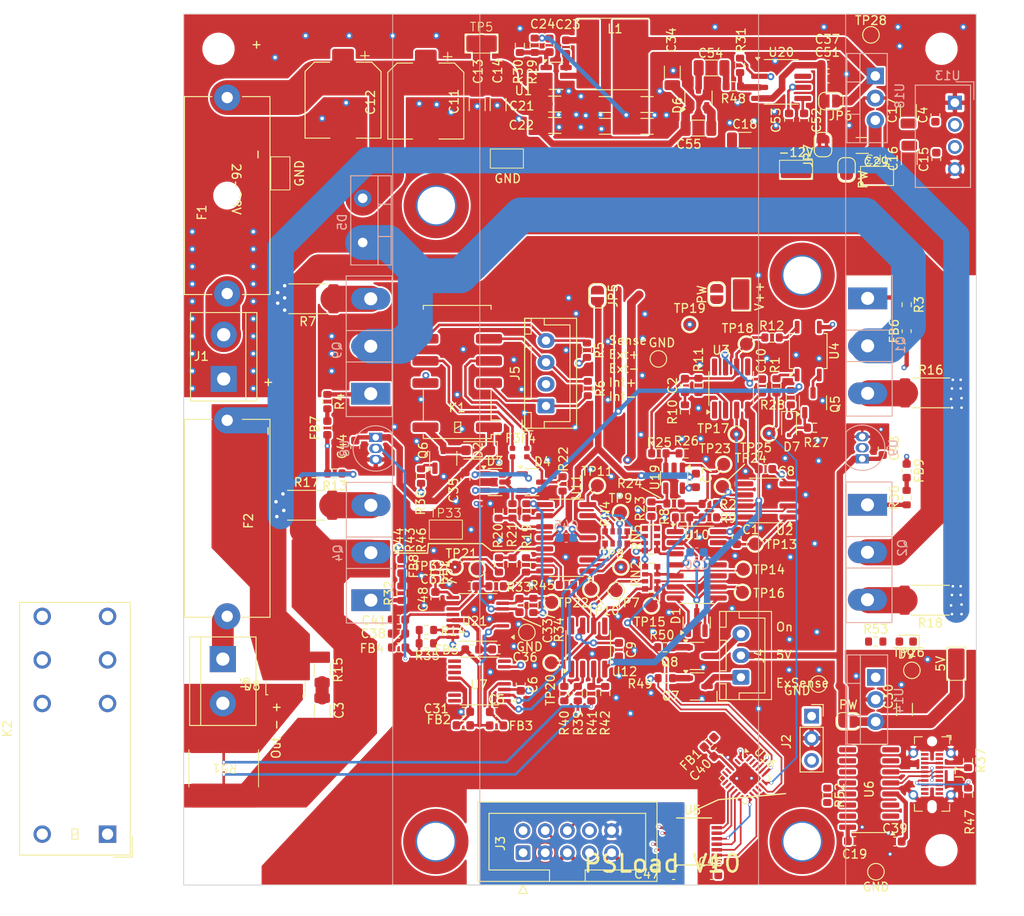
<source format=kicad_pcb>
(kicad_pcb (version 20240108) (generator "pcbnew") (generator_version "8.0")
  (layers (0 "F.Cu" signal) (1 "In1.Cu" signal) (2 "In2.Cu" signal) (31 "B.Cu" signal) (34 "B.Paste" user) (35 "F.Paste" user) (36 "B.SilkS" user "B.Silkscreen") (37 "F.SilkS" user "F.Silkscreen") (38 "B.Mask" user) (39 "F.Mask" user) (44 "Edge.Cuts" user))
  (net 0 "")
  (net 1 "Net-(U3--)")
  (net 2 "Net-(U10D--)")
  (net 3 "Net-(C2-Pad2)")
  (net 4 "Net-(U3-+)")
  (net 6 "Net-(C3-Pad2)")
  (net 8 "Net-(Q1-G)")
  (net 9 "Net-(D3-K-Pad3)")
  (net 10 "Net-(D4-K-Pad3)")
  (net 11 "Net-(R8-Pad1)")
  (net 12 "Net-(R9-Pad2)")
  (net 13 "Net-(R12-Pad1)")
  (net 14 "Net-(RN2A-R1.2)")
  (net 15 "Net-(J1-Pin_2)")
  (net 16 "Net-(J6-Pin_1)")
  (net 17 "Net-(RN2A-R1.1)")
  (net 18 "Net-(RN2C-R3.1)")
  (net 19 "Net-(RN2D-R4.2)")
  (net 20 "+12V")
  (net 21 "ON")
  (net 22 "-12V")
  (net 23 "+36V")
  (net 27 "/buckConLDO/SW")
  (net 28 "Net-(U1-BST)")
  (net 29 "Net-(U21-AVDD)")
  (net 30 "DAC LDAC")
  (net 32 "DAC Sync")
  (net 33 "SCK")
  (net 34 "MoSi")
  (net 35 "+VDC")
  (net 36 "Net-(D5-K)")
  (net 37 "Net-(Q1-S)")
  (net 38 "Net-(Q2-S)")
  (net 39 "Net-(Q4-S)")
  (net 40 "Net-(U1-FB)")
  (net 41 "Net-(FB6-Pad2)")
  (net 42 "Net-(D7-K)")
  (net 43 "Net-(D7-A)")
  (net 44 "Net-(Q5-C)")
  (net 45 "Net-(FB6-Pad1)")
  (net 46 "ON PhotoMos")
  (net 47 "/outHi")
  (net 48 "2,5Vref")
  (net 49 "DAC Enable")
  (net 50 "SDA")
  (net 51 "SCL")
  (net 52 "Tx")
  (net 53 "Rx")
  (net 54 "UPDI")
  (net 55 "Net-(R1-Pad2)")
  (net 56 "DataIn2")
  (net 57 "DataIn1")
  (net 58 "DataOut2")
  (net 59 "DataOut1")
  (net 60 "Net-(D2-A)")
  (net 61 "DRDY")
  (net 62 "GND1")
  (net 63 "/I+DACout")
  (net 64 "/VDACout")
  (net 65 "/I-DACout")
  (net 66 "Net-(R2-Pad2)")
  (net 67 "Net-(R2-Pad1)")
  (net 68 "Net-(U11C--)")
  (net 69 "Net-(U11C-+)")
  (net 70 "/outLOW")
  (net 71 "/V mes")
  (net 72 "/I mes")
  (net 73 "Net-(R39-Pad2)")
  (net 74 "Net-(RN5A-R1.1)")
  (net 75 "VCCQ")
  (net 76 "ISOTx")
  (net 77 "ISO DataIn2")
  (net 78 "ISORx")
  (net 79 "ISO DataOut1")
  (net 80 "ISO DataOut2")
  (net 81 "ISO DataIn1")
  (net 82 "Net-(F3-Pad2)")
  (net 83 "Net-(F4-Pad2)")
  (net 84 "Net-(Q6-B)")
  (net 85 "SensSW")
  (net 86 "/buckConLDO/+15V")
  (net 87 "Net-(FB7-Pad2)")
  (net 88 "Net-(U20-CV)")
  (net 89 "Net-(U20-THR)")
  (net 90 "Net-(C54-Pad2)")
  (net 91 "Net-(C54-Pad1)")
  (net 92 "Net-(U20-Q)")
  (net 93 "Net-(FB8-Pad2)")
  (net 94 "Net-(FB9-Pad2)")
  (net 96 "Net-(U19--)")
  (net 97 "Net-(U19-+)")
  (net 98 "Net-(U10A--)")
  (net 99 "Net-(U12--)")
  (net 100 "TempData#2")
  (net 101 "Net-(U21-AIN3)")
  (net 102 "Net-(R33-Pad2)")
  (net 103 "Net-(RN5A-R1.2)")
  (net 104 "Net-(U12-+)")
  (net 105 "Isink")
  (net 106 "Isource")
  (net 107 "Net-(Q7-B)")
  (net 108 "Net-(Q8-B)")
  (net 109 "Net-(R41-Pad2)")
  (net 110 "Net-(U11D-+)")
  (net 111 "Net-(U11D--)")
  (net 115 "Net-(RN4C-R3.1)")
  (net 120 "Net-(RN4A-R1.2)")
  (net 121 "Net-(RN4D-R4.1)")
  (net 122 "Net-(Q9-S)")
  (net 123 "/buckConLDO/-12V")
  (net 124 "/buckConLDO/12V")
  (net 125 "/buckConLDO/Vout 5V")
  (net 126 "/buckConLDO/..36V")
  (net 127 "/LED_SenseEx")
  (net 128 "/LED_ON")
  (net 129 "/IntSense+")
  (net 130 "/ExSense-")
  (net 131 "/IntSense-")
  (net 132 "/ExSense+")
  (net 133 "Net-(JP6-A)")
  (net 134 "Net-(U16-VCC)")
  (net 135 "Net-(U7-IOVDD)")
  (net 136 "Net-(U7-AVDD)")
  (net 137 "Net-(U21-DVDD)")
  (net 138 "TempData#1")
  (net 139 "Net-(Q2-G)")
  (net 140 "Net-(Q4-G)")
  (net 141 "Net-(Q9-G)")
  (net 142 "GNDPWR")
  (net 143 "Net-(U6-V3)")
  (net 145 "Net-(J7-CC2)")
  (net 150 "Net-(J7-CC1)")
  (net 152 "Net-(U6-UD+)")
  (net 153 "Net-(J7-VBUS-PadA4)")
  (net 156 "Net-(U6-UD-)")
  (net 160 "Net-(U6-TXD)")
  (net 168 "GND")
  (net 170 "Net-(D9-A)")
  (net 171 "+5V")
  (net 172 "Net-(U21-REFP)")
  (footprint "Capacitor_SMD:C_0603_1608Metric" (layer "F.Cu") (at 176.25 99.85 90)
    (property "Reference" "C43")
    (property "Value" "100n")
  )
  (footprint "Library:SMD Test Point PCWCTE" (layer "F.Cu") (at 166.3 67.9)
    (property "Reference" "TP6" (hide yes))
    (property "Value" "-12V")
  )
  (footprint "Library:SMD Test Point PCWCTE" (layer "F.Cu") (at 130.2 53.4)
    (property "Reference" "TP5")
    (property "Value" "Vin")
  )
  (footprint "Resistor_SMD:R_0603_1608Metric" (layer "F.Cu") (at 123.87 120.72 180)
    (property "Reference" "R14")
    (property "Value" "5k")
  )
  (footprint "Capacitor_SMD:C_0603_1608Metric" (layer "F.Cu") (at 139.9 53.8 -90)
    (property "Reference" "C23")
    (property "Value" "100n")
  )
  (footprint "Library:SMD Test Point PCWCTE" (layer "F.Cu") (at 126.1 109.2)
    (property "Reference" "TP33")
    (property "Value" "GND")
  )
  (footprint "Resistor_SMD:R_0603_1608Metric" (layer "F.Cu") (at 156.35 107.8)
    (property "Reference" "R9")
    (property "Value" "4,99k")
  )
  (footprint "Package_SO:SOIC-8_3.9x4.9mm_P1.27mm" (layer "F.Cu") (at 158.85 93 90)
    (property "Reference" "U3")
    (property "Value" "ADA4522")
  )
  (footprint "Resistor_SMD:R_0603_1608Metric" (layer "F.Cu") (at 132.2 113.25 90)
    (property "Reference" "R44")
    (property "Value" "2k  0,05%")
  )
  (footprint "TestPoint:TestPoint_Pad_D1.5mm" (layer "F.Cu") (at 161.6 110.85)
    (property "Reference" "TP13")
    (property "Value" "intgin")
  )
  (footprint "Resistor_SMD:R_0603_1608Metric" (layer "F.Cu") (at 133.75 107.05 90)
    (property "Reference" "R21")
    (property "Value" "100k")
  )
  (footprint "Capacitor_SMD:C_0603_1608Metric" (layer "F.Cu") (at 165.5 62.2 -90)
    (property "Reference" "C53")
    (property "Value" "10n")
  )
  (footprint "Resistor_SMD:R_Array_Convex_4x0612" (layer "F.Cu") (at 145.65 110.1 90)
    (property "Reference" "RN4")
    (property "Value" "10k")
  )
  (footprint "Capacitor_SMD:C_0603_1608Metric" (layer "F.Cu") (at 145.965 122.985 -90)
    (property "Reference" "C9")
    (property "Value" "100n")
  )
  (footprint "Capacitor_SMD:CP_Elec_8x10.5" (layer "F.Cu") (at 123.8 60 -90)
    (property "Reference" "C11")
    (property "Value" "100u")
  )
  (footprint "Library:SMD Test Point PCWCTE" (layer "F.Cu") (at 107.1 68.3 90)
    (property "Reference" "TP1" (hide yes))
    (property "Value" "GND")
  )
  (footprint "Inductor_SMD:L_0603_1608Metric" (layer "F.Cu") (at 128.1 131.66 180)
    (property "Reference" "FB2")
    (property "Value" "1 kOhms @ 100 MHz")
  )
  (footprint "Resistor_SMD:R_0603_1608Metric" (layer "F.Cu") (at 164.05 92.7 90)
    (property "Reference" "R1")
    (property "Value" "3k")
  )
  (footprint "Resistor_SMD:R_0603_1608Metric" (layer "F.Cu") (at 163.55 87.15 180)
    (property "Reference" "R12")
    (property "Value" "22 more 51")
  )
  (footprint "MountingHole:MountingHole_4.3mm_M4_DIN965_Pad_TopOnly" (layer "F.Cu") (at 167 145)
    (property "Reference" "REF**" (hide yes))
    (property "Value" "MountingHole_4.3mm_M4_DIN965_Pad_TopOnly")
  )
  (footprint "Resistor_SMD:R_0603_1608Metric" (layer "F.Cu") (at 131.875 115.7)
    (property "Reference" "R33")
    (property "Value" "1k")
  )
  (footprint "Resistor_SMD:R_0603_1608Metric" (layer "F.Cu") (at 151.3 126.25)
    (property "Reference" "R49")
    (property "Value" "1k")
  )
  (footprint "Resistor_SMD:R_0603_1608Metric" (layer "F.Cu") (at 139.5 103.95 90)
    (property "Reference" "R22")
    (property "Value" "100k")
  )
  (footprint "Package_SO:TSSOP-16_4.4x5mm_P0.65mm" (layer "F.Cu") (at 129.7625 119.275 180)
    (property "Reference" "U21")
    (property "Value" "ADS1219")
  )
  (footprint "MountingHole:MountingHole_4.3mm_M4_DIN965_Pad_TopOnly" (layer "F.Cu") (at 167 80)
    (property "Reference" "REF**" (hide yes))
    (property "Value" "MountingHole_4.3mm_M4_DIN965_Pad_TopOnly")
  )
  (footprint "Resistor_SMD:R_0603_1608Metric" (layer "F.Cu") (at 144.4 128.025 -90)
    (property "Reference" "R42")
    (property "Value" "10k  0,05%")
  )
  (footprint "TestPoint:TestPoint_Pad_D1.5mm" (layer "F.Cu") (at 145.65 116.2)
    (property "Reference" "TP7")
    (property "Value" "I-DAC")
  )
  (footprint "Resistor_SMD:R_0603_1608Metric" (layer "F.Cu") (at 135.3 113.25 -90)
    (property "Reference" "R46")
    (property "Value" "1k  0,05%")
  )
  (footprint "TestPoint:TestPoint_Pad_D1.5mm" (layer "F.Cu") (at 138.19 124.485)
    (property "Reference" "TP20")
    (property "Value" "Imes")
  )
  (footprint "Capacitor_SMD:C_0603_1608Metric" (layer "F.Cu") (at 159.5 110.1 90)
    (property "Reference" "C1")
    (property "Value" "1n")
  )
  (footprint "Capacitor_SMD:C_1206_3216Metric" (layer "F.Cu") (at 149.2 60.4)
    (property "Reference" "C25" (hide yes))
    (property "Value" "10u")
  )
  (footprint "Resistor_SMD:R_0603_1608Metric" (layer "F.Cu") (at 179 105.525 90)
    (property "Reference" "R36")
    (property "Value" "1k")
  )
  (footprint "Connector_USB:USB_C_Receptacle_GCT_USB4115-03-C" (layer "F.Cu") (at 181.915 137.25 -90)
    (property "Reference" "J7")
    (property "Value" "USB_C_Receptacle")
  )
  (footprint "Capacitor_SMD:C_0603_1608Metric" (layer "F.Cu") (at 169.975 57.4)
    (property "Reference" "C51")
    (property "Value" "100n")
  )
  (footprint "LED_SMD:LED_0603_1608Metric" (layer "F.Cu") (at 178.95 122.05 180)
    (property "Reference" "D9")
    (property "Value" "LED")
  )
  (footprint "TestPoint:TestPoint_Pad_D1.5mm" (layer "F.Cu") (at 160.15 116.4)
    (property "Reference" "TP16")
    (property "Value" "##")
  )
  (footprint "Capacitor_SMD:C_0603_1608Metric" (layer "F.Cu") (at 138 53.6 -90)
    (property "Reference" "C24")
    (property "Value" "56p-100p")
  )
  (footprint "Inductor_SMD:L_0603_1608Metric" (layer "F.Cu") (at 129.1125 122.95 180)
    (property "Reference" "FB5")
    (property "Value" "1 kOhms @ 100 MHz")
  )
  (footprint "Library:SMD Test Point PCWCTE" (layer "F.Cu") (at 133.1 66.6)
    (property "Reference" "TP29" (hide yes))
    (property "Value" "GND")
  )
  (footprint "Resistor_SMD:R_0603_1608Metric" (layer "F.Cu") (at 159.1 58.3 180)
    (property "Reference" "R48")
    (property "Value" "22")
  )
  (footprint "TestPoint:TestPoint_Pad_D1.5mm" (layer "F.Cu") (at 150.5 89.6)
    (property "Reference" "TP27" (hide yes))
    (property "Value" "GND")
  )
  (footprint "Package_TO_SOT_SMD:TSOT-23-6" (layer "F.Cu") (at 138.7625 57.1)
    (property "Reference" "U1")
    (property "Value" "AP63200WU")
  )
  (footprint "Resistor_SMD:R_0603_1608Metric" (layer "F.Cu") (at 142.8 128.025 -90)
    (property "Reference" "R41")
    (property "Value" "1k  0,05%")
  )
  (footprint "Capacitor_SMD:C_0603_1608Metric" (layer "F.Cu") (at 162.4 92.7 -90)
    (property "Reference" "C10")
    (property "Value" "100n")
  )
  (footprint "Relay_THT:Relay_SPDT_Omron_G2RL-1-E" (layer "F.Cu") (at 87.2675 144.1575 180)
    (property "Reference" "K2")
    (property "Value" "G2RL-2")
  )
  (footprint "Resistor_SMD:R_0603_1608Metric" (layer "F.Cu") (at 153.7 100.45)
    (property "Reference" "R26")
    (property "Value" "20k")
  )
  (footprint "Capacitor_SMD:C_1206_3216Metric" (layer "F.Cu") (at 138.6 60.35)
    (property "Reference" "C21")
    (property "Value" "10u")
  )
  (footprint "Resistor_SMD:R_0603_1608Metric" (layer "F.Cu") (at 165.7 94.05 -90)
    (property "Reference" "R28")
    (property "Value" "5k")
  )
  (footprint "Package_SO:TSSOP-16_4.4x5mm_P0.65mm" (layer "F.Cu") (at 129.9625 126.575 180)
    (property "Reference" "U7")
    (property "Value" "DAC8564C/D")
  )
  (footprint "Capacitor_SMD:C_0603_1608Metric" (layer "F.Cu") (at 152.25 148.85 180)
    (property "Reference" "C47")
    (property "Value" "100n")
  )
  (footprint "Capacitor_SMD:C_1206_3216Metric" (layer "F.Cu") (at 138.6 62.8)
    (property "Reference" "C22")
    (property "Value" "10u")
  )
  (footprint "Resistor_SMD:R_0603_1608Metric" (layer "F.Cu") (at 169.89 139.7 -90)
    (property "Reference" "R52")
    (property "Value" "5,1k")
  )
  (footprint "TestPoint:TestPoint_Pad_D1.5mm" (layer "F.Cu") (at 149.7 117.95)
    (property "Reference" "TP15")
    (property "Value" "I-bal")
  )
  (footprint "Connector_JST:JST_XH_B3B-XH-A_1x03_P2.50mm_Vertical" (layer "F.Cu") (at 159.975 126.15 90)
    (property "Reference" "J4")
    (property "Value" "LEDs")
  )
  (footprint "Resistor_SMD:R_0603_1608Metric" (layer "F.Cu") (at 168.45 97.5)
    (property "Reference" "R27")
    (property "Value" "10k")
  )
  (footprint "Resistor_SMD:R_0603_1608Metric" (layer "F.Cu") (at 153.275 107.8)
    (property "Reference" "R8")
    (property "Value" "4,99k")
  )
  (footprint "TestPoint:TestPoint_Pad_D1.5mm" (layer "F.Cu") (at 142.75 116.05)
    (property "Reference" "TP10")
    (property "Value" "Vcontr")
  )
  (footprint "TestPoint:TestPoint_Pad_D1.5mm" (layer "F.Cu") (at 158 101.7)
    (property "Reference" "TP23")
    (property "Value" "off")
  )
  (footprint "Resistor_SMD:R_2512_6332Metric" (layer "F.Cu") (at 181.72 117.3 180)
    (property "Reference" "R18")
    (property "Value" "0.05")
  )
  (footprint "Package_TO_SOT_SMD:SOT-23-3" (layer "F.Cu") (at 155.1 59.6375 90)
    (property "Reference" "D6")
    (property "Value" "BAV99")
  )
  (footprint "Package_TO_SOT_SMD:SOT-23-3" (layer "F.Cu") (at 154.9375 123.7)
    (property "Reference" "Q8")
    (property "Value" "MMBT3904")
  )
  (footprint "Package_SO:SOIC-16_3.9x9.9mm_P1.27mm" (layer "F.Cu") (at 174.7 138.915 180)
    (property "Reference" "U6")
    (property "Value" "CH340C")
  )
  (footprint "Capacitor_SMD:C_0603_1608Metric" (layer "F.Cu") (at 162.8 102.25 180)
    (property "Reference" "C8")
    (property "Value" "100n")
  )
  (footprint "TestPoint:TestPoint_Pad_D1.5mm" (layer "F.Cu") (at 160.25 113.75)
    (property "Reference" "TP14")
    (property "Value" "I+bal")
  )
  (footprint "Jumper:SolderJumper-2_P1.3mm_Open_RoundedPad1.0x1.5mm" (layer "F.Cu") (at 172.1 67.9 -90)
    (property "Reference" "JP3" (hide yes))
    (property "Value" "PW")
  )
  (footprint "MountingHole:MountingHole_3.2mm_M3" (layer "F.Cu") (at 100.5 145.6)
    (property "Reference" "REF**" (hide yes))
    (property "Value" "MountingHole_3.2mm_M3")
  )
  (footprint "Capacitor_SMD:C_1206_3216Metric" (layer "F.Cu") (at 111.9 130 90)
    (property "Reference" "C3")
    (property "Value" "10u")
  )
  (footprint "Inductor_SMD:L_0603_1608Metric" (layer "F.Cu") (at 179 102.45 -90)
    (property "Reference" "FB9")
    (property "Value" "1 kOhms @ 100 MHz")
  )
  (footprint "Resistor_SMD:R_0603_1608Metric" (layer "F.Cu") (at 159.875 55.9 -90)
    (property "Reference" "R31")
    (property "Value" "5k")
  )
  (footprint "Fuse:Fuseholder_Cylinder-5x20mm_Schurter_0031_8201_Horizontal_Open" (layer "F.Cu") (at 101 82.1 90)
    (property "Reference" "F1")
    (property "Value" "Fuse")
  )
  (footprint "Capacitor_SMD:C_1206_3216Metric" (layer "F.Cu") (at 132.1 60.4 -90)
    (property "Reference" "C14")
    (property "Value" "100n")
  )
  (footprint "Inductor_SMD:L_0603_1608Metric" (layer "F.Cu") (at 179 86.4125 90)
    (property "Reference" "FB6")
    (property "Value" "1 kOhms @ 100 MHz")
  )
  (footprint "Resistor_SMD:R_0603_1608Metric" (layer "F.Cu") (at 175.45 122.05)
    (property "Reference" "R53")
    (property "Value" "1k")
  )
  (footprint "Inductor_SMD:L_0603_1608Metric" (layer "F.Cu") (at 156.32 133.61 -135)
    (property "Reference" "FB1")
    (property "Value" "1 kOhms @ 100 MHz")
  )
  (footprint "Inductor_SMD:L_0603_1608Metric" (layer "F.Cu") (at 120.6775 122.73 180)
    (property "Reference" "FB4")
    (property "Value" "1 kOhms @ 100 MHz")
  )
  (footprint "Resistor_SMD:R_0603_1608Metric" (layer "F.Cu") (at 113.35 102.75 180)
    (property "Reference" "R13")
    (property "Value" "5k")
  )
  (footprint "Capacitor_SMD:C_1206_3216Metric" (layer "F.Cu") (at 160.425 64.5)
    (property "Reference" "C18")
    (property "Value" "10u")
  )
  (footprint "Resistor_SMD:R_2512_6332Metric" (layer "F.Cu") (at 181.77 93.5)
    (property "Reference" "R16")
    (property "Value" "0.05")
  )
  (footprint "TestPoint:TestPoint_Pad_D1.5mm" (layer "F.Cu") (at 159.45 98.25)
    (property "Reference" "TP17")
    (property "Value" "integ")
  )
  (footprint "Resistor_SMD:R_0603_1608Metric" (layer "F.Cu") (at 142.3 88.6 -90)
    (property "Reference" "R5")
    (property "Value" "1k")
  )
  (footprint "Resistor_SMD:R_0603_1608Metric" (layer "F.Cu") (at 124.91 114.1 -90)
    (property "Reference" "R54")
    (property "Value" "1k")
  )
  (footprint "Capacitor_SMD:C_0603_1608Metric" (layer "F.Cu") (at 128.825 115.7 180)
    (property "Reference" "C32")
    (property "Value" "1u")
  )
  (footprint "Capacitor_SMD:C_1206_3216Metric" (layer "F.Cu") (at 179.2 61.1 90)
    (property "Reference" "C17")
    (property "Value" "10u")
  )
  (footprint "TestPoint:TestPoint_Pad_D1.5mm" (layer "F.Cu") (at 179.6 125.35)
    (property "Reference" "TP26")
    (property "Value" "GND")
  )
  (footprint "Capacitor_SMD:C_0603_1608Metric" (layer "F.Cu") (at 124.9 117.1375 -90)
    (property "Reference" "C48")
    (property "Value" "1u")
  )
  (footprint "Package_SO:SOIC-8_3.9x4.9mm_P1.27mm" (layer "F.Cu") (at 164.6 57.795)
    (property "Reference" "U20")
    (property "Value" "ICM7555xB")
  )
  (footprint "Capacitor_SMD:C_0603_1608Metric" (layer "F.Cu") (at 128.35 103.4 -90)
    (property "Reference" "C35")
    (property "Value" "100n")
  )
  (footprint "Capacitor_SMD:CP_Elec_8x10.5" (layer "F.Cu") (at 114.3 59.9 -90)
    (property "Reference" "C12")
    (property "Value" "100u")
  )
  (footprint "TestPoint:TestPoint_Pad_D1.5mm" (layer "F.Cu") (at 143.5 104.15)
    (property "Reference" "TP11")
    (property "Value" "I+contr")
  )
  (footprint "Inductor_SMD:L_0603_1608Metric" (layer "F.Cu") (at 121 113.4 -90)
    (property "Reference" "FB8")
    (property "Value" "1 kOhms @ 100 MHz")
  )
  (footprint "Resistor_SMD:R_0603_1608Metric" (layer "F.Cu") (at 133.75 113.25 -90)
    (property "Reference" "R43")
    (property "Value" "1k 0,05%")
  )
  (footprint "Resistor_SMD:R_0603_1608Metric" (layer "F.Cu") (at 142.4 93 -90)
    (property "Reference" "R6")
    (property "Value" "1k")
  )
  (footprint "TestPoint:TestPoint_Pad_D1.5mm" (layer "F.Cu") (at 168.88 126.93)
    (property "Reference" "TP31" (hide yes))
    (property "Value" "GND")
  )
  (footprint "Capacitor_SMD:C_0603_1608Metric" (layer "F.Cu") (at 177.65 145 180)
    (property "Reference" "C39")
    (property "Value" "100n")
  )
  (footprint "Capacitor_SMD:C_0603_1608Metric" (layer "F.Cu") (at 182.4 66.7 90)
    (property "Reference" "C15")
    (property "Value" "100n")
  )
  (footprint "Resistor_SMD:R_1206_3216Metric" (layer "F.Cu") (at 111.9 125.3 -90)
    (property "Reference" "R15")
    (property "Value" "0.47")
  )
  (footprint "Capacitor_SMD:C_0603_1608Metric" (layer "F.Cu") (at 182.3 61.6 90)
    (property "Reference" "C4")
    (property "Value" "100n")
  )
  (footprint "Package_SO:SSOP-16_3.9x4.9mm_P0.635mm" (layer "F.Cu") (at 154.6 145 180)
    (property "Reference" "U5")
    (property "Value" "ISO7763FDBQ")
  )
  (footprint "Inductor_SMD:L_0603_1608Metric" (layer "F.Cu") (at 131.92 131.68)
    (property "Reference" "FB3")
    (property "Value" "1 kOhms @ 100 MHz")
  )
  (footprint "Package_TO_SOT_SMD:SOT-23-3" (layer "F.Cu") (at 154.95 127.2)
    (property "Reference" "Q7")
    (property "Value" "MMBT3904")
  )
  (footprint "Capacitor_SMD:C_0603_1608Metric" (layer "F.Cu") (at 120.665 119.53 180)
    (property "Reference" "C41")
    (property "Value" "100n")
  )
  (footprint "Inductor_SMD:L_0603_1608Metric" (layer "F.Cu") (at 112.5 97.525 90)
    (property "Reference" "FB7")
    (property "Value" "1 kOhms @ 100 MHz")
  )
  (footprint "TestPoint:TestPoint_Pad_D1.5mm" (layer "F.Cu") (at 163.2 98.15)
    (property "Reference" "TP25")
    (property "Value" "on mos")
  )
  (footprint "Diode_SMD:D_SOD-323F" (layer "F.Cu") (at 165.5 97.25 -90)
    (property "Reference" "D7")
    (property "Value" "MM3Z 22V")
  )
  (footprint "Resistor_SMD:R_0603_1608Metric" (layer "F.Cu") (at 123.25 103.05 90)
    (property "Reference" "R38")
    (property "Value" "1k")
  )
  (footprint "Package_TO_SOT_SMD:TO-277A" (layer "F.Cu") (at 107.7 125 180)
    (property "Reference" "D8")
    (property "Value" "SS10PH10")
  )
  (footprint "Package_SO:SOIC-14_3.9x8.7mm_P1.27mm" (layer "F.Cu") (at 154.9 113.2425)
    (property "Reference" "U10")
    (property "Value" "OPA4189")
  )
  (footprint "Resistor_SMD:R_0603_1608Metric" (layer "F.Cu") (at 136.3 53.6 -90)
    (property "Reference" "R29")
    (property "Value" "200k")
  )
  (footprint "Resistor_SMD:R_0603_1608Metric" (layer "F.Cu") (at 141.25 128.025 -90)
    (property "Reference" "R39")
    (property "Value" "1k  0,05%")
  )
  (footprint "Capacitor_SMD:C_0603_1608Metric" (layer "F.Cu") (at 173.025 144.95)
    (property "Reference" "C19")
    (property "Value" "100n")
  )
  (footprint "NetTie:NetTie-2_SMD_Pad0.5mm" (layer "F.Cu") (at 130.5 106.2)
    (property "Reference" "NT1" (hide yes))
    (property "Value" "NetTie_2" (hide yes))
  )
  (footprint "TestPoint:TestPoint_Pad_D1.5mm" (layer "F.Cu") (at 129.7 113.7)
    (property "Reference" "TP21")
    (property "Value" "IADC")
  )
  (footprint "Package_TO_SOT_SMD:SOT-23" (layer "F.Cu") (at 154.9 119.8625 90)
    (property "Reference" "D1")
    (property "Value" "BAV99LT1")
  )
  (footprint "Resistor_SMD:R_0603_1608Metric" (layer "F.Cu") (at 156.35 106.25)
    (property "Reference" "R2")
    (property "Value" "4,99k")
  )
  (footprint "NetTie:NetTie-2_SMD_Pad2.0mm" (layer "F.Cu") (at 107.4 91.8 180)
    (property "Reference" "NT4" (hide yes))
    (property "Value" "Tie" (hide yes))
  )
  (footprint "Capacitor_SMD:C_0603_1608Metric" (layer "F.Cu") (at 128.12 130.11 180)
    (property "Reference" "C31")
    (property "Value" "100n")
  )
  (footprint "TestPoint:TestPoint_Pad_D1.5mm" (layer "F.Cu") (at 160.6 87.9 90)
    (property "Reference" "TP18")
    (property "Value" "HVamp")
  )
  (footprint "Inductor_SMD:L_Taiyo-Yuden_NR-80xx" (layer "F.Cu") (at 145.4 54.6)
    (property "Reference" "L1")
    (property "Value" "10u")
  )
  (footprint "Resistor_SMD:R_0603_1608Metric" (layer "F.Cu") (at 149.7 106.85 -90)
    (property "Reference" "R23")
    (property "Value" "100k")
  )
  (footprint "Connector_PinSocket_2.54mm:PinSocket_1x03_P2.54mm_Vertical" (layer "F.Cu") (at 168.09 130.61)
    (property "Reference" "J2")
    (property "Value" "Conn_01x03_Pin")
  )
  (footprint "Fuse:Fuse_0402_1005Metric" (layer "F.Cu") (at 133.75 100.35 90)
    (property "Reference" "F3")
    (property "Value" "50mA")
  )
  (footprint "Package_DFN_QFN:QFN-24-1EP_4x4mm_P0.5mm_EP2.6x2.6mm" (layer "F.Cu") (at 160.433864 137.746097 -45)
    (property "Reference" "U16")
    (property "Value" "ATtiny3227-M")
  )
  (footprint "TestPoint:TestPoint_Pad_D1.5mm" (layer "F.Cu") (at 157.85 104.25)
    (property "Reference" "TP24")
    (property "Value" "on")
  )
  (footprint "Resistor_SMD:R_0603_1608Metric" (layer "F.Cu") (at 139.95 115.55 180)
    (property "Reference" "R45")
    (property "Value" "2k  0,05%")
  )
  (footprint "Capacitor_SMD:C_0603_1608Metric" (layer "F.Cu") (at 134.55 117.9 -90)
    (property "Reference" "C33")
    (property "Value" "1u")
  )
  (footprint "Package_SO:SOP-4_3.8x4.1mm_P2.54mm" (layer "F.Cu") (at 167.7 88.7 90)
    (property "Reference" "U4")
    (property "Value" "CPC1017N")
  )
  (footprint "TestPoint:TestPoint_Pad_D1.5mm" (layer "F.Cu") (at 135.4 121)
    (property "Reference" "TP30" (hide yes))
    (property "Value" "GND")
  )
  (footprint "Capacitor_SMD:C_0603_1608Metric" (layer "F.Cu") (at 156.6 148.85 180)
    (property "Reference" "C46")
    (property "Value" "100n")
  )
  (footprint "MountingHole:MountingHole_3.2mm_M3" (layer "F.Cu") (at 183 54)
    (property "Reference" "REF**" (hide yes))
    (property "Value" "MountingHole_3.2mm_M3")
  )
  (footprint "Relay_SMD:Relay_DPDT_Kemet_EE2_NU" (layer "F.Cu") (at 127.405 91.1 180)
    (property "Reference" "K1")
    (property "Value" "EE2-5NU")
  )
  (footprint "Package_TO_SOT_SMD:SOT-23-3" (layer "F.Cu") (at 125.8 101.0125 90)
    (property "Reference" "Q6")
    (property "Value" "MMBT3904")
  )
  (footprint "Diode_SMD:D_SOD-123F" (layer "F.Cu") (at 129.805 100.1 180)
    (property "Reference" "D2")
    (property "Value" "1N4007")
  )
  (footprint "Resistor_SMD:R_0603_1608Metric" (layer "F.Cu") (at 136.15 117.9 -90)
    (property "Reference" "R34")
    (property "Value" "1k")
  )
  (footprint "Capacitor_SMD:C_1206_3216Metric" (layer "F.Cu") (at 179.3 66.6 90)
    (property "Reference" "C16")
    (property "Value" "10u")
  )
  (footprint "Package_TO_SOT_SMD:SOT-23-3" (layer "F.Cu") (at 135.9875 103.75)
    (property "Reference" "D4")
    (property "Value" "BAV99LT1")
  )
  (footprint "Capacitor_SMD:C_1206_3216Metric" (layer "F.Cu") (at 178.75 129.85 90)
    (property "Reference" "C30")
    (property "Value" "10u")
  )
  (footprint "Fuse:Fuseholder_Cylinder-5x20mm_Schurter_0031_8201_Horizontal_Open" (layer "F.Cu") (at 101 96.65 -90)
    (property "Reference" "F2")
    (property "Value" "Fuse")
  )
  (footprint "Library:SMD Test Point PCWCTE" (layer "F.Cu") (at 160 82.2 90)
    (property "Reference" "TP4" (hide yes))
    (property "Value" "V++")
  )
  (footprint "NetTie:NetTie-2_SMD_Pad2.0mm" (layer "F.Cu") (at 107.4 89 180)
    (property "Reference" "NT2" (hide yes))
    (property "Value" "Tie" (hide yes))
  )
  (footprint "Resistor_SMD:R_0603_1608Metric" (layer "F.Cu") (at 152.3 106.2 180)
    (property "Reference" "R24")
    (property "Value" "100k")
  )
  (footprint "TestPoint:TestPoint_Pad_D1.5mm" (layer "F.Cu") (at 146.15 107.25)
    (property "Reference" "TP9")
    (property "Value" "VDAC")
  )
  (footprint "Capacitor_SMD:C_0603_1608Metric" (layer "F.Cu") (at 134.7 126.925 90)
    (property "Reference" "C6")
    (property "Value" "1u")
  )
  (footprint "Resistor_SMD:R_Array_Convex_4x0612" (layer "F.Cu") (at 149.675 114.73 180)
    (property "Reference" "RN2")
    (property "Value" "10k")
  )
  (footprint "TerminalBlock:TerminalBlock_bornier-2_P5.08mm" (layer "F.Cu") (at 100.6 91.9 90)
    (property "Reference" "J1")
    (property "Value" "Supply")
  )
  (footprint "Package_TO_SOT_SMD:SOT-23-5" (layer "F.Cu") (at 152.3 103.3 -90)
    (property "Reference" "U19")
    (property "Value" "TLV9301xDBV")
  )
  (footprint "Capacitor_SMD:C_0603_1608Metric" (layer "F.Cu") (at 131.92 130.13)
    (property "Reference" "C5")
    (property "Value" "1u")
  )
  (footprint "TestPoint:TestPoint_Pad_D1.5mm" (layer "F.Cu") (at 138.25 117.55)
    (property "Reference" "TP22")
    (property "Value" "Vmes")
  )
  (footprint "Jumper:SolderJumper-2_P1.3mm_Bridged2Bar_RoundedPad1.0x1.5mm" (layer "F.Cu") (at 169.4 65 90)
    (property "Reference" "JP7")
    (property "Value" "##")
  )
  (footprint "Resistor_SMD:R_0603_1608Metric" (layer "F.Cu") (at 186.05 139.7 -90)
    (property "Reference" "R47")
    (property "Value" "5,1k")
  )
  (footprint "Jumper:SolderJumper-2_P1.3mm_Open_RoundedPad1.0x1.5mm" (layer "F.Cu") (at 157.2 82.15 -90)
    (property "Reference" "JP4" (hide yes))
    (property "Value" "PW")
  )
  (footprint "TestPoint:TestPoint_Pad_D1.5mm" (layer "F.Cu") (at 146.2 113.5)
    (property "Reference" "TP8")
    (property "Value" "I+DAC")
  )
  (footprint "Resistor_SMD:R_0603_1608Metric" (layer "F.Cu") (at 135.35 107.05 -90)
    (property "Reference" "R19")
    (property "Value" "10k 0,1%")
  )
  (footprint "Connector_IDC:IDC-Header_2x05_P2.54mm_Vertical" (layer "F.Cu") (at 134.97 146.29 90)
    (property "Reference" "J3")
    (property "Value" "Conn_02x05_Odd_Even")
  )
  (footprint "MountingHole:MountingHole_3.2mm_M3" (layer "F.Cu") (at 183 146)
    (property "Reference" "REF**" (hide yes))
    (property "Value" "MountingHole_3.2mm_M3")
  )
  (footprint "Resistor_SMD:R_Array_Convex_4x0612" (layer "F.Cu") (at 149.65 110.33 180)
    (property "Reference" "RN5")
    (property "Value" "10k")
  )
  (footprint "Capacitor_SMD:C_0603_1608Metric" (layer "F.Cu") (at 120.665 121.13 180)
    (property "Reference" "C38")
    (property "Value" "1u")
  )
  (footprint "Capacitor_SMD:C_0603_1608Metric" (layer "F.Cu") (at 115.7 99.75 -90)
    (property "Reference" "C44")
    (property "Value" "100n")
  )
  (footprint "Package_TO_SOT_SMD:SOT-23-3" (layer "F.Cu") (at 168.25 94.6375 90)
    (property "Reference" "Q5")
    (property "Value" "MMBT3904")
  )
  (footprint "Capacitor_SMD:C_1206_3216Metric" (layer "F.Cu") (at 129.7 60.4 -90)
    (property "Reference" "C13")
    (property "Value" "10u")
  )
  (footprint "Resistor_SMD:R_2512_6332Metric" (layer "F.Cu") (at 110.1 106.4)
    (property "Reference" "R17")
    (property "Value" "0.05")
  )
  (footprint "Resistor_SMD:R_0603_1608Metric" (layer "F.Cu") (at 150.55 100.45 180)
    (property "Reference" "R25")
    (property "Value" "380k")
  )
  (footprint "Library:SMD Test Point PCWCTE" (layer "F.Cu") (at 184.7 124.6 90)
    (property "Reference" "TP2" (hide yes))
    (property "Value" "5V")
  )
  (footprint "Capacitor_SMD:C_0603_1608Metric" (layer "F.Cu") (at 153.55 92.65 90)
    (property "Reference" "C2")
    (property "Value" "10p")
  )
  (footprint "Package_TO_SOT_SMD:SOT-23-3" (layer "F.Cu") (at 131.75 103.7375)
    (property "Reference" "D3")
    (property "Value" "BAV99LT1")
  )
  (footprint "MountingHole:MountingHole_3.2mm_M3" (layer "F.Cu") (at 100 54)
    (property "Reference" "REF**" (hide yes))
    (property "Value" "MountingHole_3.2mm_M3")
  )
  (footprint "Resistor_SMD:R_0603_1608Metric" (layer "F.Cu") (at 151.25 122.7)
    (property "Reference" "R50")
    (property "Value" "1k")
  )
  (footprint "Capacitor_SMD:C_1206_3216Metric" (layer "F.Cu") (at 155.1 63.1 180)
    (property "Reference" "C55")
    (property "Value" "1u")
  )
  (footprint "TerminalBlock:TerminalBlock_bornier-2_P5.08mm" (layer "F.Cu") (at 100.5 124.06 -90)
    (property "Reference" "J6")
    (property "Value" "Output")
  )
  (footprint "Capacitor_SMD:C_1206_3216Metric" (layer "F.Cu") (at 156.6 56.2 180)
    (property "Reference" "C54")
    (property "Value" "1u")
  )
  (footprint "Package_SO:SOIC-8_3.9x4.9mm_P1.27mm" (layer "F.Cu") (at 142.44 122.735 90)
    (property "Reference" "U12")
    (property "Value" "OPA189")
  )
  (footprint "Capacitor_SMD:C_1206_3216Metric" (layer "F.Cu") (at 149.2 62.9)
    (property "Reference" "C26" (hide yes))
    (property "Value" "10u")
  )
  (footprint "Jumper:SolderJumper-2_P1.3mm_Open_RoundedPad1.0x1.5mm" (layer "F.Cu") (at 170.3 60)
    (property "Reference" "JP6")
    (property "Value" "##")
  )
  (footprint "Resistor_SMD:R_2512_6332Metric" (layer "F.Cu") (at 110.25 82.7 180)
    (property "Reference" "R7")
    (property "Value" "0.05")
  )
  (footprint "Resistor_SMD:R_0603_1608Metric" (layer "F.Cu") (at 139.7 128.025 -90)
    (property "Reference" "R40")
    (property "Value" "10k  0,05%")
  )
  (footprint "Resistor_SMD:R_0603_1608Metric" (layer "F.Cu") (at 153.55 95.7 90)
    (property "Reference" "R10")
    (property "Value" "10k")
  )
  (footprint "Resistor_SMD:R_0603_1608Metric" (layer "F.Cu") (at 134.6 53.6 90)
    (property "Reference" "R30")
    (property "Value" "12k")
  )
  (footprint "Jumper:SolderJumper-2_P1.3mm_Open_RoundedPad1.0x1.5mm" (layer "F.Cu") (at 143.5 82.35 -90)
    (property "Reference" "JP5")
    (property "Value" "PW")
  )
  (footprint "Capacitor_SMD:C_0603_1608Metric" (layer "F.Cu") (at 167.225 62.2 -90)
    (property "Reference" "C52")
    (property "Value" "10n")
  )
  (footprint "Resistor_SMD:R_0603_1608Metric" (layer "F.Cu") (at 121 116.5 90)
    (property "Reference" "R32")
    (property "Value" "1k")
  )
  (footprint "Resistor_SMD:R_0603_1608Metric" (layer "F.Cu") (at 155.1 92.65 -90)
    (property "Reference" "R11")
    (property "Value" "40.2k")
  )
  (footprint "TestPoint:TestPoint_Pad_D1.5mm" (layer "F.Cu") (at 174.9 52.4)
    (property "Reference" "TP28")
    (property "Value" "GND")
  )
  (footprint "Capacitor_SMD:C_1206_3216Metric" (layer "F.Cu") (at 173.9 65.1 180)
    (property "Reference" "C29")
    (property "Value" "10u")
  )
  (footprint "Resistor_SMD:R_0603_1608Metric" (layer "F.Cu") (at 132.15 107.05 90)
    (property "Reference" "R20")
    (property "Value" "10k 0,1%")
  )
  (footprint "Capacitor_SMD:C_1206_3216Metric" (layer "F.Cu") (at 152.1 56.7 90)
    (property "Reference" "C34")
    (property "Value" "1u")
  )
  (footprint "Package_SO:SOIC-8_3.9x4.9mm_P1.27mm" (layer "F.Cu") (at 162.9 105.85 180)
    (property "Reference" "U2")
    (property "Value" "DG469")
  )
  (footprint "Resistor_SMD:R_0603_1608Metric" (layer "F.Cu") (at 179 83.375 -90)
    (property "Reference" "R3")
    (property "Value" "1k")
  )
  (footprint "MountingHole:MountingHole_4.3mm_M4_DIN965_Pad_TopOnly" (layer "F.Cu") (at 125 72)
    (property "Reference" "REF**" (hide yes))
    (property "Value" "MountingHole_4.3mm_M4_DIN965_Pad_TopOnly")
  )
  (footprint "Resistor_SMD:R_0603_1608Metric" (layer "F.Cu") (at 186.05 135.7 90)
    (property "Reference" "R37")
    (property "Value" "5,1k")
  )
  (footprint "Capacitor_SMD:C_0603_1608Metric" (layer "F.Cu") (at 157.43 134.7 45)
    (property "Reference" "C40")
    (property "Value" "100n")
  )
  (footprint "Connector_JST:JST_XH_B4B-XH-A_1x04_P2.50mm_Vertical" (layer "F.Cu") (at 137.6 95 90)
    (property "Reference" "J5")
    (property "Value" "Sense")
  )
  (footprint "Capacitor_SMD:C_0603_1608Metric" (layer "F.Cu") (at 132.2 122.95)
    (property "Reference" "C36")
    (property "Value" "100n")
  )
  (footprint "Fuse:Fuse_0402_1005Metric" (layer "F.Cu") (at 135.4 100.35 90)
    (property "Reference" "F4")
    (property "Value" "50mA")
  )
  (footprint "Capacitor_SMD:C_1206_3216Metric" (layer "F.Cu") (at 144.4 60.4 180)
    (property "Reference" "C28" (hide yes))
    (property "Value" "10u")
  )
  (footprint "Resistor_SMD:R_0603_1608Metric" (layer "F.Cu") (at 123.86 122.25 180)
    (property "Reference" "R35")
    (property "Value" "5k")
  )
  (footprint "Library:SMD Test Point PCWCTE" (layer "F.Cu") (at 175.6 68.6 180)
    (property "Reference" "TP3")
    (property "Value" "+12V")
  )
  (footprint "TestPoint:TestPoint_Pad_D1.5mm" (layer "F.Cu") (at 154.1 85.65)
    (property "Reference" "TP19")
    (property "Value" "Gate")
  )
  (footprint "Resistor_SMD:R_0603_1608Metric" (layer "F.Cu") (at 112.5 94.5 -90)
    (property "Reference" "R4")
    (property "Value" "1k")
  )
  (footprint "Library:R 2728 4Wire" (layer "F.Cu") (at 100.6 136.6 -90)
    (property "Reference" "R51")
    (property "Value" "0.05")
  )
  (footprint "Package_SO:SOIC-14_3.9x8.7mm_P1.27mm" (layer "F.Cu") (at 139.925 110.14 180)
    (property "Reference" "U11")
    (property "Value" "OPA4189")
  )
  (footprint "Capacitor_SMD:C_1206_3216Metric" (layer "F.Cu") (at 144.425 62.9 180)
    (property "Reference" "C27" (hide yes))
    (property "Value" "10u")
  )
  (footprint "Capacitor_SMD:C_0603_1608Metric" (layer "F.Cu") (at 154.8 103.55 90)
    (property "Reference" "C7")
    (property "Value" "100n")
  )
  (footprint "MountingHole:MountingHole_4.3mm_M4_DIN965_Pad_TopOnly" (layer "F.Cu") (at 124.95 145)
    (property "Reference" "REF**" (hide yes))
    (property "Value" "MountingHole_4.3mm_M4_DIN965_Pad_TopOnly")
  )
  (footprint "TestPoint:TestPoint_Pad_D1.5mm" (layer "F.Cu") (at 175.47 148.47)
    (property "Reference" "TP12" (hide yes))
    (property "Value" "GND")
  )
  (footprint "Jumper:SolderJumper-2_P1.3mm_Open_RoundedPad1.0x1.5mm" (layer "F.Cu") (at 172.3 131.2 180)
    (property "Reference" "JP1" (hide yes))
    (property "Value" "PW")
  )
  (footprint "Capacitor_SMD:C_0603_1608Metric" (layer "F.Cu") (at 169.975 55.8)
    (property "Reference" "C37")
    (property "Value" "100n")
  )
  (footprint "TestPoint:TestPoint_Pad_D1.5mm" (layer "F.Cu") (at 127.15 113.5)
    (property "Reference" "TP32")
    (property "Value" "Vref")
  )
  (footprint "Package_TO_SOT_THT:TO-247-3_Vertical" (layer "B.Cu") (at 174.52 82.65 -90)
    (property "Reference" "Q1")
    (property "Value" "IRFP240")
  )
  (footprint "Package_TO_SOT_THT:TO-220-2_Vertical" (layer "B.Cu") (at 116.555 76.24 90)
    (property "Reference" "D5")
    (property "Value" "MBR10100")
  )
  (footprint "Package_TO_SOT_THT:TO-247-3_Vertical" (layer "B.Cu") (at 117.48 93.6 90)
    (property "Reference" "Q9")
    (property "Value" "IRFP240")
  )
  (footprint "Package_TO_SOT_THT:TO-92_Inline" (layer "B.Cu") (at 173.9 101.07 90)
    (property "Reference" "U9")
    (property "Value" "MCP9700Ax-ETT")
  )
  (footprint "Library:ebayHeatsink" (layer "B.Cu") (at 125 100 180)
    (property "Reference" "REF**" (hide yes))
    (property "Value" "ebayHeatsink")
  )
  (footprint "Package_TO_SOT_THT:TO-247-3_Vertical" (layer "B.Cu") (at 117.5 117.3 90)
    (property "Reference" "Q4")
    (property "Value" "IRFP9240")
  )
  (footprint "Capacitor_SMD:C_0603_1608Metric" (layer "B.Cu") (at 154.925 111.8)
    (property "Reference" "C20")
    (property "Value" "100n")
  )
  (footprint "Capacitor_SMD:C_0603_1608Metric" (layer "B.Cu") (at 139.925 110.14 180)
    (property "Reference" "C45")
    (property "Value" "100n")
  )
  (footprint "Package_TO_SOT_THT:TO-220-3_Vertical" (layer "B.Cu") (at 175.445 126.16 -90)
    (property "Reference" "U14")
    (property "Value" "LM7805_TO220")
  )
  (footprint "Package_TO_SOT_THT:TO-220-3_Vertical" (layer "B.Cu") (at 175.4 57.12 -90)
    (property "Reference" "U18")
    (property "Value" "LM7812_TO220")
  )
  (footprint "Package_TO_SOT_THT:TO-92_Inline" (layer "B.Cu") (at 118.05 98.61 -90)
    (property "Reference" "U8")
    (property "Value" "MCP9700Ax-ETT")
  )
  (footprint "Converter_DCDC:Converter_DCDC_TRACO_TME_03xxS_05xxS_12xxS_Single_THT" (layer "B.Cu") (at 184.535 60.1925 180)
    (property "Reference" "U13")
    (property "Value" "TME-1212S")
  )
  (footprint "Library:ebayHeatsink" (layer "B.Cu") (at 167 100 180)
    (property "Reference" "REF**" (hide yes))
    (property "Value" "ebayHeatsink")
  )
  (footprint "Package_TO_SOT_THT:TO-247-3_Vertical" (layer "B.Cu") (at 174.5 106.35 -90)
    (property "Reference" "Q2")
    (property "Value" "IRFP9240")
  )
  (gr_line (start 144.2 117.8) (end 143.4 116.7) (stroke (width 0.15)) (layer "F.SilkS"))
  (gr_line (start 134.9 119.4) (end 137 120.3) (stroke (width 0.15)) (layer "F.SilkS"))
  (gr_line (start 124 111.9) (end 124.1 110.8) (stroke (width 0.15)) (layer "F.SilkS"))
  (gr_line (start 131.3 111.6) (end 136 111.6) (stroke (width 0.15)) (layer "F.SilkS"))
  (gr_line (start 126.1 114.9) (end 127.3 115.3) (stroke (width 0.15)) (layer "F.SilkS"))
  (gr_line (start 160.4 101.7) (end 158.5 103.5) (stroke (width 0.15)) (layer "F.SilkS"))
  (gr_line (start 148.6 104.4) (end 150.8 105.6) (stroke (width 0.15)) (layer "F.SilkS"))
  (gr_line (start 130.3 110.8) (end 131.3 111.6) (stroke (width 0.15)) (layer "F.SilkS"))
  (gr_line (start 165.1 139.5) (end 157.4 140.2) (stroke (width 0.15)) (layer "F.SilkS"))
  (gr_line (start 157.4 140.2) (end 153.9 141.8) (stroke (width 0.15)) (layer "F.SilkS"))
  (gr_line (start 136.9 118.8) (end 138.6 119.3) (stroke (width 0.15)) (layer "F.SilkS"))
  (gr_line (start 120.2 111.9) (end 124 111.9) (stroke (width 0.15)) (layer "F.SilkS"))
  (gr_line (start 124.1 110.8) (end 130.3 110.8) (stroke (width 0.15)) (layer "F.SilkS"))
  (gr_rect (start 96 50) (end 187 150) (stroke (width 0.1)) (fill none) (layer "Edge.Cuts"))
  (gr_text "Sense\nExt+\nExt-\nInt+\nInt-" (at 144.7 94.5 0) (layer "F.SilkS") (effects (font (size 1 1)) (justify left bottom)))
  (gr_text "PSLoad V10" (at 141.75 148.7 0) (layer "F.SilkS") (effects (font (size 2 2) (thickness 0.3)) (justify left bottom)))
  (gr_text "-" (at 105.05 66.85 90) (layer "F.SilkS") (effects (font (size 1 1)) (justify left bottom)))
  (gr_text "-" (at 106.2 98.6 90) (layer "F.SilkS") (effects (font (size 1 1)) (justify left bottom)))
  (gr_text "26-28V" (at 101.45 67.05 -90) (layer "F.SilkS") (effects (font (size 1 1)) (justify left bottom)))
  (gr_text "+" (at 105 92.8 0) (layer "F.SilkS") (effects (font (size 1 1)) (justify left bottom)))
  (gr_text "+" (at 103.65 54.05 0) (layer "F.SilkS") (effects (font (size 1 1)) (justify left bottom)))
  (gr_text "On\n\n5V\n\nExSense\n" (at 163.9 127.4 0) (layer "F.SilkS") (effects (font (size 1 1)) (justify left bottom)))
  (gr_text "Out - +" (at 107.2 135.6 90) (layer "F.SilkS") (effects (font (size 1 1)) (justify left bottom)))
  (segment (start 155.05 93.425) (end 155.1 93.475) (width 0.3) (layer "F.Cu") (net 1))
  (segment (start 157.189999 93.475) (end 158.215 94.500001) (width 0.3) (layer "F.Cu") (net 1))
  (segment (start 153.55 93.425) (end 155.05 93.425) (width 0.3) (layer "F.Cu") (net 1))
  (segment (start 158.215 94.500001) (end 158.215 95.475) (width 0.3) (layer "F.Cu") (net 1))
  (segment (start 153.55 94.875) (end 153.55 93.425) (width 0.3) (layer "F.Cu") (net 1))
  (segment (start 155.1 93.475) (end 157.189999 93.475) (width 0.3) (layer "F.Cu") (net 1))
  (segment (start 165.375 107.755) (end 162.28 110.85) (width 0.3) (layer "F.Cu") (net 2))
  (segment (start 161.575 110.875) (end 161.6 110.85) (width 0.3) (layer "F.Cu") (net 2))
  (segment (start 157.375 110.7025) (end 159.3275 110.7025) (width 0.3) (layer "F.Cu") (net 2))
  (segment (start 162.28 110.85) (end 161.6 110.85) (width 0.3) (layer "F.Cu") (net 2))
  (segment (start 159.3275 110.7025) (end 159.5 110.875) (width 0.3) (layer "F.Cu") (net 2))
  (segment (start 159.5 110.875) (end 161.575 110.875) (width 0.3) (layer "F.Cu") (net 2))
  (segment (start 155.1 91.825) (end 153.6 91.825) (width 0.3) (layer "F.Cu") (net 3))
  (segment (start 158.95 91.85) (end 159.485 91.315) (width 0.3) (layer "F.Cu") (net 3))
  (segment (start 155.1 91.825) (end 155.125 91.85) (width 0.3) (layer "F.Cu") (net 3))
  (segment (start 149.725 95.7) (end 149.725 100.65) (width 0.3) (layer "F.Cu") (net 3))
  (segment (start 159.485 90.525) (end 159.485 89.015) (width 0.3) (layer "F.Cu") (net 3))
  (segment (start 153.55 91.875) (end 149.725 95.7) (width 0.3) (layer "F.Cu") (net 3))
  (segment (start 162.725 87.15) (end 161.35 87.15) (width 0.3) (layer "F.Cu") (net 3))
  (segment (start 161.35 87.15) (end 160.6 87.9) (width 0.3) (layer "F.Cu") (net 3))
  (segment (start 153.6 91.825) (end 153.55 91.875) (width 0.3) (layer "F.Cu") (net 3))
  (segment (start 159.485 89.015) (end 160.6 87.9) (width 0.3) (layer "F.Cu") (net 3))
  (segment (start 159.485 91.315) (end 159.485 90.525) (width 0.3) (layer "F.Cu") (net 3))
  (segment (start 155.125 91.85) (end 158.95 91.85) (width 0.3) (layer "F.Cu") (net 3))
  (segment (start 159.485 98.215) (end 159.45 98.25) (width 0.3) (layer "F.Cu") (net 4))
  (segment (start 159.3925 109.4325) (end 159.5 109.325) (width 0.3) (layer "F.Cu") (net 4))
  (segment (start 157.375 109.4325) (end 158.7 109.4325) (width 0.3) (layer "F.Cu") (net 4))
  (segment (start 159.485 95.475) (end 159.485 98.215) (width 0.3) (layer "F.Cu") (net 4))
  (segment (start 158.7 109.4325) (end 159.3925 109.4325) (width 0.3) (layer "F.Cu") (net 4))
  (via (at 159.45 98.25) (size 0.8) (drill 0.4) (layers "F.Cu" "B.Cu") (net 4))
  (via (at 158.7 109.4325) (size 0.8) (drill 0.4) (layers "F.Cu" "B.Cu") (net 4))
  (segment (start 158.7 109.4325) (end 159.45 108.6825) (width 0.3) (layer "B.Cu") (net 4))
  (segment (start 159.45 108.6825) (end 159.45 98.25) (width 0.3) (layer "B.Cu") (net 4))
  (segment (start 111.9 126.7625) (end 111.9 128.525) (width 1.5) (layer "F.Cu") (net 6))
  (segment (start 174.62 82.55) (end 174.52 82.65) (width 0.5) (layer "F.Cu") (net 8))
  (segment (start 179 82.55) (end 174.62 82.55) (width 0.5) (layer "F.Cu") (net 8))
  (segment (start 133.75 104.6) (end 132.8875 103.7375) (width 0.3) (layer "F.Cu") (net 9))
  (segment (start 132.8875 103.7375) (end 133.75 102.875) (width 0.3) (layer "F.Cu") (net 9))
  (segment (start 133.75 102.875) (end 133.75 100.835) (width 0.3) (layer "F.Cu") (net 9))
  (segment (start 133.75 106.225) (end 133.75 104.6) (width 0.3) (layer "F.Cu") (net 9))
  (segment (start 135.485 100.835) (end 137.125 102.475) (width 0.3) (layer "F.Cu") (net 10))
  (segment (start 137.125 103.75) (end 138.875 103.75) (width 0.3) (layer "F.Cu") (net 10))
  (segment (start 135.4 100.835) (end 135.485 100.835) (width 0.3) (layer "F.Cu") (net 10))
  (segment (start 138.875 103.75) (end 139.5 103.125) (width 0.3) (layer "F.Cu") (net 10))
  (segment (start 137.125 102.475) (end 137.125 103.75) (width 0.3) (layer "F.Cu") (net 10))
  (segment (start 152.425 107.825) (end 152.45 107.8) (width 0.3) (layer "F.Cu") (net 11))
  (segment (start 152.425 109.4325) (end 152.425 107.825) (width 0.3) (layer "F.Cu") (net 11))
  (segment (start 160.38 107.8) (end 160.425 107.755) (width 0.3) (layer "F.Cu") (net 12))
  (segment (start 157.175 107.8) (end 160.38 107.8) (width 0.3) (layer "F.Cu") (net 12))
  (segment (start 164.375 87.15) (end 165.23 87.15) (width 0.3) (layer "F.Cu") (net 13))
  (segment (start 165.23 87.15) (end 166.43 85.95) (width 0.3) (layer "F.Cu") (net 13))
  (segment (start 149.675 115.95) (end 149.675 114.38) (width 0.3) (layer "F.Cu") (net 14))
  (segment (start 148 116) (end 145.85 118.15) (width 0.3) (layer "F.Cu") (net 14))
  (segment (start 140.775 116.775) (end 143.075 119.075) (width 0.3) (layer "F.Cu") (net 14))
  (segment (start 148.975 116) (end 148 116) (width 0.3) (layer "F.Cu") (net 14))
  (segment (start 143.075 119.075) (end 143.075 120.26) (width 0.3) (layer "F.Cu") (net 14))
  (segment (start 143.075 119.843738) (end 143.075 120.26) (width 0.3) (layer "F.Cu") (net 14))
  (segment (start 139.7 124.35) (end 139.7 127.2) (width 0.3) (layer "F.Cu") (net 14))
  (segment (start 143.075 120.975) (end 139.7 124.35) (width 0.3) (layer "F.Cu") (net 14))
  (segment (start 140.775 115.55) (end 140.775 116.775) (width 0.3) (layer "F.Cu") (net 14))
  (segment (start 143.075 120.26) (end 143.075 120.975) (width 0.3) (layer "F.Cu") (net 14))
  (segment (start 138.19 124.485) (end 139.565 124.485) (width 0.3) (layer "F.Cu") (net 14))
  (segment (start 145.85 118.15) (end 144.768738 118.15) (width 0.3) (layer "F.Cu") (net 14))
  (segment (start 144.768738 118.15) (end 143.075 119.843738) (width 0.3) (layer "F.Cu") (net 14))
  (segment (start 148.975 116) (end 149.625 116) (width 0.3) (layer "F.Cu") (net 14))
  (segment (start 149.625 114.33) (end 148.975 114.33) (width 0.3) (layer "F.Cu") (net 14))
  (segment (start 149.675 114.38) (end 149.625 114.33) (width 0.3) (layer "F.Cu") (net 14))
  (segment (start 149.625 116) (end 149.675 115.95) (width 0.3) (layer "F.Cu") (net 14))
  (segment (start 139.565 124.485) (end 139.7 124.35) (width 0.3) (layer "F.Cu") (net 14))
  (segment (start 100.5 86.72) (end 100.5 82.6) (width 4) (layer "F.Cu") (net 15))
  (segment (start 100.6 86.82) (end 100.5 86.72) (width 4) (layer "F.Cu") (net 15))
  (segment (start 100.5 82.6) (end 101 82.1) (width 4) (layer "F.Cu") (net 15))
  (segment (start 100.5 119.65) (end 101 119.15) (width 2.5) (layer "F.Cu") (net 16))
  (segment (start 100.5 124.06) (end 100.5 119.65) (width 2.5) (layer "F.Cu") (net 16))
  (segment (start 155.17 115.13) (end 155.7875 114.5125) (width 0.2) (layer "F.Cu") (net 17))
  (segment (start 150.375 117.275) (end 149.7 117.95) (width 0.3) (layer "F.Cu") (net 17))
  (segment (start 150.375 115.13) (end 150.375 116) (width 0.3) (layer "F.Cu") (net 17))
  (segment (start 155.7875 114.5125) (end 157.375 114.5125) (width 0.2) (layer "F.Cu") (net 17))
  (segment (start 150.375 115.13) (end 155.17 115.13) (width 0.2) (layer "F.Cu") (net 17))
  (segment (start 150.375 116) (end 150.375 117.275) (width 0.3) (layer "F.Cu") (net 17))
  (segment (start 150.375 114.33) (end 150.375 113.46) (width 0.3) (layer "F.Cu") (net 18))
  (segment (start 153.025 113.9125) (end 152.425 114.5125) (width 0.2) (layer "F.Cu") (net 18))
  (segment (start 160.25 113.75) (end 160.0875 113.9125) (width 0.2) (layer "F.Cu") (net 18))
  (segment (start 150.375 114.33) (end 152.2425 114.33) (width 0.3) (layer "F.Cu") (net 18))
  (segment (start 152.2425 114.33) (end 152.425 114.5125) (width 0.3) (layer "F.Cu") (net 18))
  (segment (start 160.0875 113.9125) (end 153.025 113.9125) (width 0.2) (layer "F.Cu") (net 18))
  (segment (start 142.4 105.25) (end 143.5 104.15) (width 0.3) (layer "F.Cu") (net 19))
  (segment (start 142.4 106.33) (end 142.4 105.25) (width 0.3) (layer "F.Cu") (net 19))
  (segment (start 148.975 112.625) (end 148.95 112.6) (width 0.3) (layer "F.Cu") (net 19))
  (segment (start 145.25 109.4) (end 145.25 108.559338) (width 0.3) (layer "F.Cu") (net 19))
  (segment (start 148.975 113.46) (end 148.975 112.625) (width 0.3) (layer "F.Cu") (net 19))
  (segment (start 143.020662 106.33) (end 142.4 106.33) (width 0.3) (layer "F.Cu") (net 19))
  (segment (start 145.25 108.559338) (end 143.020662 106.33) (width 0.3) (layer "F.Cu") (net 19))
  (via (at 144.270331 107.579669) (size 0.8) (drill 0.4) (layers "F.Cu" "B.Cu") (net 19))
  (via (at 148.95 112.6) (size 0.8) (drill 0.4) (layers "F.Cu" "B.Cu") (net 19))
  (segment (start 148.95 110.339339) (end 146.19033 107.579669) (width 0.3) (layer "B.Cu") (net 19))
  (segment (start 148.95 112.6) (end 148.95 110.339339) (width 0.3) (layer "B.Cu") (net 19))
  (segment (start 146.19033 107.579669) (end 144.270331 107.579669) (width 0.3) (layer "B.Cu") (net 19))
  (segment (start 152.425 113.2425) (end 153.4075 113.2425) (width 0.3) (layer "F.Cu") (net 20))
  (segment (start 140.6 109.15) (end 141.59 110.14) (width 0.3) (layer "F.Cu") (net 20))
  (segment (start 145.965 122.21) (end 143.06 122.21) (width 0.3) (layer "F.Cu") (net 20))
  (segment (start 146.95 101.2) (end 147.4 100.75) (width 1) (layer "F.Cu") (net 20))
  (segment (start 141.357169 120.707831) (end 141.805 120.26) (width 0.3) (layer "F.Cu") (net 20))
  (segment (start 141.59 110.14) (end 142.4 110.14) (width 0.3) (layer "F.Cu") (net 20))
  (segment (start 141.357169 121.507169) (end 141.357169 120.707831) (width 0.3) (layer "F.Cu") (net 20))
  (segment (start 153.25 104.4375) (end 154 104.4375) (width 0.3) (layer "F.Cu") (net 20))
  (segment (start 154.8 104.325) (end 154.1125 104.325) (width 0.75) (layer "F.Cu") (net 20))
  (segment (start 147.4 83.15) (end 148.3 82.25) (width 1) (layer "F.Cu") (net 20))
  (segment (start 154.1125 104.325) (end 154 104.4375) (width 0.75) (layer "F.Cu") (net 20))
  (segment (start 143.06 122.21) (end 143.05 122.2) (width 0.3) (layer "F.Cu") (net 20))
  (segment (start 163.68 102.25) (end 165.375 103.945) (width 0.3) (layer "F.Cu") (net 20))
  (segment (start 147.4 100.75) (end 147.4 83.15) (width 1) (layer "F.Cu") (net 20))
  (segment (start 153.4075 113.2425) (end 153.65 113) (width 0.3) (layer "F.Cu") (net 20))
  (segment (start 163.575 102.25) (end 163.68 102.25) (width 0.3) (layer "F.Cu") (net 20))
  (via (at 164.65 102.85) (size 0.8) (drill 0.4) (layers "F.Cu" "B.Cu") (net 20))
  (via (at 153.65 113) (size 0.8) (drill 0.4) (layers "F.Cu" "B.Cu") (net 20))
  (via (at 140.6 109.15) (size 0.8) (drill 0.4) (layers "F.Cu" "B.Cu") (net 20))
  (via (at 154 104.4375) (size 0.8) (drill 0.4) (layers "F.Cu" "B.Cu") (net 20))
  (via (at 146.95 101.2) (size 0.8) (drill 0.4) (layers "F.Cu" "B.Cu") (net 20))
  (via (at 141.357169 121.507169) (size 0.8) (drill 0.4) (layers "F.Cu" "B.Cu") (net 20))
  (via (at 143.05 122.2) (size 0.8) (drill 0.4) (layers "F.Cu" "B.Cu") (net 20))
  (segment (start 140.6 110.04) (end 140.7 110.14) (width 0.3) (layer "B.Cu") (net 20))
  (segment (start 140.6 109.15) (end 140.6 110.04) (width 0.3) (layer "B.Cu") (net 20))
  (segment (start 142.05 122.2) (end 141.357169 121.507169) (width 0.3) (layer "B.Cu") (net 20))
  (segment (start 153.65 112.3) (end 154.15 111.8) (width 0.3) (layer "B.Cu") (net 20))
  (segment (start 143.05 122.2) (end 142.05 122.2) (width 0.3) (layer "B.Cu") (net 20))
  (segment (start 153.65 113) (end 153.65 112.3) (width 0.3) (layer "B.Cu") (net 20))
  (segment (start 146.95533 119.90533) (end 151.425 124.375) (width 0.2) (layer "F.Cu") (net 21))
  (segment (start 151.425 127.615) (end 153.11 129.3) (width 0.2) (layer "F.Cu") (net 21))
  (segment (start 164.63 135.38) (end 164.63 138.29) (width 0.2) (layer "F.Cu") (net 21))
  (segment (start 158.815 105.215) (end 158.5 104.9) (width 0.3) (layer "F.Cu") (net 21))
  (segment (start 151.425 124.375) (end 151.425 127.615) (width 0.2) (layer "F.Cu") (net 21))
  (segment (start 158.55 129.3) (end 164.63 135.38) (width 0.2) (layer "F.Cu") (net 21))
  (segment (start 160.425 105.215) (end 158.815 105.215) (width 0.3) (layer "F.Cu") (net 21))
  (segment (start 163.038427 139.29) (end 162.334213 138.585786) (width 0.2) (layer "F.Cu") (net 21))
  (segment (start 149.75 122.7) (end 146.95533 119.90533) (width 0.3) (layer "F.Cu") (net 21))
  (segment (start 163.63 139.29) (end 163.038427 139.29) (width 0.2) (layer "F.Cu") (net 21))
  (segment (start 157.85 104.25) (end 158.5 104.9) (width 0.3) (layer "F.Cu") (net 21))
  (segment (start 164.63 138.29) (end 163.63 139.29) (width 0.2) (layer "F.Cu") (net 21))
  (segment (start 150.425 122.7) (end 149.75 122.7) (width 0.3) (layer "F.Cu") (net 21))
  (segment (start 153.11 129.3) (end 158.55 129.3) (width 0.2) (layer "F.Cu") (net 21))
  (via (at 158.5 104.9) (size 0.8) (drill 0.4) (layers "F.Cu" "B.Cu") (net 21))
  (via (at 146.95533 119.90533) (size 0.8) (drill 0.4) (layers "F.Cu" "B.Cu") (net 21))
  (segment (start 151.6 111.8) (end 158.5 104.9) (width 0.3) (layer "B.Cu") (net 21))
  (segment (start 146.95533 119.90533) (end 151.6 115.260661) (width 0.3) (layer "B.Cu") (net 21))
  (segment (start 151.6 115.260661) (end 151.6 111.8) (width 0.3) (layer "B.Cu") (net 21))
  (segment (start 146.7 103) (end 148.55 103) (width 0.75) (layer "F.Cu") (net 22))
  (segment (start 156.4925 113.2425) (end 156.1 112.85) (width 0.3) (layer "F.Cu") (net 22))
  (segment (start 129.55 102.8) (end 131.825 102.8) (width 0.5) (layer "F.Cu") (net 22))
  (segment (start 140.225 105.675) (end 141.25 104.65) (width 0.75) (layer "F.Cu") (net 22))
  (segment (start 145.1525 124.4025) (end 144.345 125.21) (width 0.3) (layer "F.Cu") (net 22))
  (segment (start 138.21 110.14) (end 139.2 109.15) (width 0.3) (layer "F.Cu") (net 22))
  (segment (start 143.575 99.875) (end 146.7 103) (width 0.75) (layer "F.Cu") (net 22))
  (segment (start 161.399999 106.485) (end 162.025 105.859999) (width 0.3) (layer "F.Cu") (net 22))
  (segment (start 139.2 109) (end 140.225 107.975) (width 0.75) (layer "F.Cu") (net 22))
  (segment (start 154.4 103.175) (end 154.1 103.175) (width 0.3) (layer "F.Cu") (net 22))
  (segment (start 154.8 102.775) (end 154.4 103.175) (width 0.3) (layer "F.Cu") (net 22))
  (segment (start 145.795 123.76) (end 145.1525 124.4025) (width 0.3) (layer "F.Cu") (net 22))
  (segment (start 143.6 99.85) (end 143.575 99.875) (width 0.75) (layer "F.Cu") (net 22))
  (segment (start 140.225 107.975) (end 140.225 105.675) (width 0.75) (layer "F.Cu") (net 22))
  (segment (start 135.1 102.8) (end 134.85 102.8) (width 0.5) (layer "F.Cu") (net 22))
  (segment (start 137.45 110.14) (end 138.21 110.14) (width 0.3) (layer "F.Cu") (net 22))
  (segment (start 161.25 95.97) (end 161.25 101.475) (width 0.75) (layer "F.Cu") (net 22))
  (segment (start 143.6 83.1) (end 143.6 99.85) (width 0.75) (layer "F.Cu") (net 22))
  (segment (start 160.755 95.475) (end 160.755 95.12) (width 0.3) (layer "F.Cu") (net 22))
  (segment (start 160.425 106.485) (end 161.399999 106.485) (width 0.3) (layer "F.Cu") (net 22))
  (segment (start 141.25 104.65) (end 141.25 102.2) (width 0.75) (layer "F.Cu") (net 22))
  (segment (start 154.1 103.175) (end 152.888738 103.175) (width 0.3) (layer "F.Cu") (net 22))
  (segment (start 143.5 83) (end 143.6 83.1) (width 0.75) (layer "F.Cu") (net 22))
  (segment (start 135.6 103.3) (end 135.1 102.8) (width 0.5) (layer "F.Cu") (net 22))
  (segment (start 141.25 102.2) (end 143.575 99.875) (width 0.75) (layer "F.Cu") (net 22))
  (segment (start 129.45 102.9) (end 129.55 102.8) (width 0.5) (layer "F.Cu") (net 22))
  (segment (start 162.025 102.25) (end 162.025 105.859999) (width 0.3) (layer "F.Cu") (net 22))
  (segment (start 145.965 123.76) (end 145.795 123.76) (width 0.3) (layer "F.Cu") (net 22))
  (segment (start 152.3 102.586262) (end 152.3 102.1625) (width 0.3) (layer "F.Cu") (net 22))
  (segment (start 152.888738 103.175) (end 152.3 102.586262) (width 0.3) (layer "F.Cu") (net 22))
  (segment (start 160.755 95.12) (end 162.4 93.475) (width 0.3) (layer "F.Cu") (net 22))
  (segment (start 139.2 109.15) (end 139.2 109) (width 0.75) (layer "F.Cu") (net 22))
  (segment (start 157.375 113.2425) (end 156.4925 113.2425) (width 0.3) (layer "F.Cu") (net 22))
  (segment (start 160.755 95.475) (end 161.25 95.97) (width 0.75) (layer "F.Cu") (net 22))
  (segment (start 161.25 101.475) (end 162.025 102.25) (width 0.75) (layer "F.Cu") (net 22))
  (via (at 145.1525 124.4025) (size 0.8) (drill 0.4) (layers "F.Cu" "B.Cu") (net 22))
  (via (at 148.55 103) (size 0.8) (drill 0.4) (layers "F.Cu" "B.Cu") (net 22))
  (via (at 154.1 103.175) (size 0.8) (drill 0.4) (layers "F.Cu" "B.Cu") (net 22))
  (via (at 156.1 112.85) (size 0.8) (drill 0.4) (layers "F.Cu" "B.Cu") (net 22))
  (via (at 139.2 109.15) (size 0.8) (drill 0.4) (layers "F.Cu" "B.Cu") (net 22))
  (via (at 129.45 102.9) (size 0.8) (drill 0.4) (layers "F.Cu" "B.Cu") (net 22))
  (via (at 135.6 103.3) (size 0.8) (drill 0.4) (layers "F.Cu" "B.Cu") (net 22))
  (via (at 162.025 105.859999) (size 0.8) (drill 0.4) (layers "F.Cu" "B.Cu") (net 22))
  (segment (start 162.025 107.486359) (end 162.025 105.859999) (width 0.75) (layer "B.Cu") (net 22))
  (segment (start 156.1 112.85) (end 156.661359 112.85) (width 0.75) (layer "B.Cu") (net 22))
  (segment (start 150.0975 124.4025) (end 156.1 118.4) (width 0.75) (layer "B.Cu") (net 22))
  (segment (start 135.15 102.85) (end 129.5 102.85) (width 0.5) (layer "B.Cu") (net 22))
  (segment (start 139.2 109.15) (end 139.2 110.09) (width 0.3) (layer "B.Cu") (net 22))
  (segment (start 156.661359 112.85) (end 162.025 107.486359) (width 0.75) (layer "B.Cu") (net 22))
  (segment (start 135.6 103.3) (end 135.15 102.85) (width 0.5) (layer "B.Cu") (net 22))
  (segment (start 139.2 110.09) (end 139.15 110.14) (width 0.3) (layer "B.Cu") (net 22))
  (segment (start 153.925 103) (end 154.1 103.175) (width 0.75) (layer "B.Cu") (net 22))
  (segment (start 129.5 102.85) (end 129.45 102.9) (width 0.5) (layer "B.Cu") (net 22))
  (segment (start 145.1525 124.4025) (end 150.0975 124.4025) (width 0.75) (layer "B.Cu") (net 22))
  (segment (start 156.1 112.2) (end 155.7 111.8) (width 0.3) (layer "B.Cu") (net 22))
  (segment (start 156.1 112.85) (end 156.1 112.2) (width 0.3) (layer "B.Cu") (net 22))
  (segment (start 156.1 118.4) (end 156.1 112.85) (width 0.75) (layer "B.Cu") (net 22))
  (segment (start 148.55 103) (end 153.925 103) (width 0.75) (layer "B.Cu") (net 22))
  (segment (start 162.4 91.925) (end 161.475 91.925) (width 0.3) (layer "F.Cu") (net 23))
  (segment (start 161.475 91.925) (end 161 92.4) (width 0.3) (layer "F.Cu") (net 23))
  (segment (start 158.15 89.15) (end 158.15 90.46) (width 0.3) (layer "F.Cu") (net 23))
  (segment (start 158.15 90.46) (end 158.215 90.525) (width 0.3) (layer "F.Cu") (net 23))
  (via (at 158.15 89.15) (size 0.8) (drill 0.4) (layers "F.Cu" "B.Cu") (net 23))
  (via (at 161 92.4) (size 0.8) (drill 0.4) (layers "F.Cu" "B.Cu") (net 23))
  (segment (start 158.15 89.55) (end 158.15 89.15) (width 0.3) (layer "B.Cu") (net 23))
  (segment (start 161 92.4) (end 158.15 89.55) (width 0.3) (layer "B.Cu") (net 23))
  (segment (start 141.425 53.025) (end 141.45 53) (width 0.75) (layer "F.Cu") (net 27))
  (segment (start 139.9 53.025) (end 141.425 53.025) (width 0.75) (layer "F.Cu") (net 27))
  (segment (start 139.9 56.15) (end 139.9 54.575) (width 0.75) (layer "F.Cu") (net 28))
  (segment (start 122.9 118.95) (end 122.02 118.95) (width 0.3) (layer "F.Cu") (net 29))
  (segment (start 126.9 118.95) (end 122.9 118.95) (width 0.3) (layer "F.Cu") (net 29))
  (segment (start 121.44 121.13) (end 121.44 119.53) (width 0.5) (layer "F.Cu") (net 29))
  (segment (start 122.02 118.95) (end 121.44 119.53) (width 0.3) (layer "F.Cu") (net 29))
  (segment (start 121.44 121.13) (end 119.84 122.73) (width 0.5) (layer "F.Cu") (net 29))
  (segment (start 151.825 64.9) (end 138.325 64.9) (width 0.75) (layer "F.Cu") (net 35))
  (segment (start 135.23 60.35) (end 132.24 57.36) (width 2.5) (layer "F.Cu") (net 35))
  (segment (start 119.3 68.415) (end 119.3 57.36) (width 4) (layer "F.Cu") (net 35))
  (segment (start 165.7 93.225) (end 166.214662 93.225) (width 0.5) (layer "F.Cu") (net 35))
  (segment (start 154.15 60.225) (end 152.1 58.175) (width 1) (layer "F.Cu") (net 35))
  (segment (start 166.214662 93.225) (end 166.644831 92.794831) (width 0.5) (layer "F.Cu") (net 35))
  (segment (start 131.825 104.7) (end 129.5 104.7) (width 0.5) (layer "F.Cu") (net 35))
  (segment (start 154.15 60.775) (end 154.15 60.225) (width 1) (layer "F.Cu") (net 35))
  (segment (start 130.2 57.16) (end 130.4 57.36) (width 1) (layer "F.Cu") (net 35))
  (segment (start 153.625 61.3) (end 154.15 60.775) (width 1) (layer "F.Cu") (net 35))
  (segment (start 137.125 63.7) (end 137.125 62.8) (width 0.75) (layer "F.Cu") (net 35))
  (segment (start 130.2 53.4) (end 130.2 57.16) (width 2) (layer "F.Cu") (net 35))
  (segment (start 132.24 57.36) (end 132.3 57.3) (width 4) (layer "F.Cu") (net 35))
  (segment (start 119.3 57.36) (end 130.4 57.36) (width 4) (layer "F.Cu") (net 35))
  (segment (start 138.325 64.9) (end 137.125 63.7) (width 0.75) (layer "F.Cu") (net 35))
  (segment (start 101 59.6) (end 108.9 59.6) (width 4) (layer "F.Cu") (net 35))
  (segment (start 153.625 63.1) (end 151.825 64.9) (width 0.75) (layer "F.Cu") (net 35))
  (segment (start 132.24 57.36) (end 133.06 57.36) (width 2.5) (layer "F.Cu") (net 35))
  (segment (start 137.125 60.35) (end 135.23 60.35) (width 2.5) (layer "F.Cu") (net 35))
  (segment (start 130.4 57.36) (end 132.24 57.36) (width 4) (layer "F.Cu") (net 35))
  (segment (start 153.625 63.1) (end 153.625 61.3) (width 1) (layer "F.Cu") (net 35))
  (segment (start 153.6 63.125) (end 153.625 63.1) (width 1) (layer "F.Cu") (net 35))
  (segment (start 111.14 57.36) (end 119.3 57.36) (width 4) (layer "F.Cu") (net 35))
  (segment (start 136.1 104.7) (end 134.85 104.7) (width 0.5) (layer "F.Cu") (net 35))
  (segment (start 116.555 71.16) (end 119.3 68.415) (width 4) (layer "F.Cu") (net 35))
  (segment (start 108.9 59.6) (end 111.14 57.36) (width 4) (layer "F.Cu") (net 35))
  (segment (start 145.9 81.621141) (end 145.9 95.6) (width 0.75) (layer "F.Cu") (net 35))
  (via (at 145.9 95.6) (size 0.8) (drill 0.4) (layers "F.Cu" "B.Cu") (net 35))
  (via (at 166.644831 92.794831) (size 0.8) (drill 0.4) (layers "F.Cu" "B.Cu") (net 35))
  (via (at 136.1 104.7) (size 0.8) (drill 0.4) (layers "F.Cu" "B.Cu") (net 35))
  (via (at 129.5 104.7) (size 0.8) (drill 0.4) (layers "F.Cu" "B.Cu") (net 35))
  (segment (start 129.5 104.7) (end 136.1 104.7) (width 0.5) (layer "B.Cu") (net 35))
  (segment (start 166.189662 93.25) (end 166.644831 92.794831) (width 0.5) (layer "B.Cu") (net 35))
  (segment (start 145.9 95.6) (end 148.25 93.25) (width 0.5) (layer "B.Cu") (net 35))
  (segment (start 136.8 104.7) (end 145.9 95.6) (width 0.5) (layer "B.Cu") (net 35))
  (segment (start 148.25 93.25) (end 166.189662 93.25) (width 0.5) (layer "B.Cu") (net 35))
  (segment (start 136.1 104.7) (end 136.8 104.7) (width 0.5) (layer "B.Cu") (net 35))
  (segment (start 123.275 80.05) (end 119.465 76.24) (width 4) (layer "B.Cu") (net 36))
  (segment (start 176.97 88.1) (end 179.2 85.87) (width 4) (layer "B.Cu") (net 36))
  (segment (start 179.2 78.1) (end 174.175 73.075) (width 4) (layer "B.Cu") (net 36))
  (segment (start 117.48 88.15) (end 120.95 88.15) (width 4) (layer "B.Cu") (net 36))
  (segment (start 134.725 73.075) (end 127.75 80.05) (width 4) (layer "B.Cu") (net 36))
  (segment (start 174.175 73.075) (end 134.725 73.075) (width 4) (layer "B.Cu") (net 36))
  (segment (start 119.465 76.24) (end 116.555 76.24) (width 4) (layer "B.Cu") (net 36))
  (segment (start 120.95 88.15) (end 122.6 86.5) (width 4) (layer "B.Cu") (net 36))
  (segment (start 122.6 86.5) (end 122.6 80.725) (width 4) (layer "B.Cu") (net 36))
  (segment (start 122.6 80.725) (end 123.275 80.05) (width 4) (layer "B.Cu") (net 36))
  (segment (start 174.52 88.1) (end 176.97 88.1) (width 4) (layer "B.Cu") (net 36))
  (segment (start 127.75 80.05) (end 123.275 80.05) (width 4) (layer "B.Cu") (net 36))
  (segment (start 179.2 85.87) (end 179.2 78.1) (width 4) (layer "B.Cu") (net 36))
  (segment (start 178.7575 93.55) (end 178.8075 93.5) (width 3) (layer "F.Cu") (net 37))
  (segment (start 174.67 93.55) (end 178.7575 93.55) (width 3) (layer "F.Cu") (net 37))
  (segment (start 174.67 117.3) (end 178.7575 117.3) (width 3) (layer "F.Cu") (net 38))
  (segment (start 113.0625 106.4) (end 117.5 106.4) (width 3) (layer "F.Cu") (net 39))
  (segment (start 137.625 54.75) (end 138 54.375) (width 0.5) (layer "F.Cu") (net 40))
  (segment (start 137.95 54.425) (end 138 54.375) (width 0.5) (layer "F.Cu") (net 40))
  (segment (start 134.6 54.425) (end 137.95 54.425) (width 0.5) (layer "F.Cu") (net 40))
  (segment (start 137.625 56.15) (end 137.625 54.75) (width 0.5) (layer "F.Cu") (net 40))
  (segment (start 179 84.2) (end 179 85.625) (width 0.5) (layer "F.Cu") (net 41))
  (segment (start 165.5 95.075) (end 165.7 94.875) (width 0.3) (layer "F.Cu") (net 42))
  (segment (start 165.5 96.15) (end 165.5 95.075) (width 0.3) (layer "F.Cu") (net 42))
  (segment (start 167.3 97.175) (end 167.625 97.5) (width 0.3) (layer "F.Cu") (net 43))
  (segment (start 167.3 95.775) (end 167.3 97.175) (width 0.3) (layer "F.Cu") (net 43))
  (segment (start 166.35 97.5) (end 165.5 98.35) (width 0.3) (layer "F.Cu") (net 43))
  (segment (start 167.625 97.5) (end 166.35 97.5) (width 0.3) (layer "F.Cu") (net 43))
  (segment (start 168.25 92.17) (end 168.97 91.45) (width 0.3) (layer "F.Cu") (net 44))
  (segment (start 168.25 93.5) (end 168.25 92.17) (width 0.3) (layer "F.Cu") (net 44))
  (segment (start 179 90.3) (end 178.7 90.6) (width 0.5) (layer "F.Cu") (net 45))
  (segment (start 168.97 85.95) (end 170.2 85.95) (width 0.5) (layer "F.Cu") (net 45))
  (segment (start 112.5 98.3125) (end 112.5 99.6) (width 0.5) (layer "F.Cu") (net 45))
  (segment (start 179 100.8) (end 179 101.6625) (width 0.5) (layer "F.Cu") (net 45))
  (segment (start 179 87.2) (end 179 90.3) (width 0.5) (layer "F.Cu") (net 45))
  (segment (start 121 111.65) (end 120.65 111.3) (width 0.5) (layer "F.Cu") (net 45))
  (segment (start 170.2 85.95) (end 170.5 85.65) (width 0.5) (layer "F.Cu") (net 45))
  (segment (start 112.5 99.6) (end 112.5 102.725) (width 0.5) (layer "F.Cu") (net 45))
  (segment (start 121 112.6125) (end 121 111.65) (width 0.5) (layer "F.Cu") (net 45))
  (segment (start 112.5 102.725) (end 112.525 102.75) (width 0.5) (layer "F.Cu") (net 45))
  (via (at 179 100.8) (size 0.6) (drill 0.3) (layers "F.Cu" "B.Cu") (net 45))
  (via (at 178.7 90.6) (size 0.6) (drill 0.3) (layers "F.Cu" "B.Cu") (net 45))
  (via (at 154.1 85.65) (size 0.8) (drill 0.4) (layers "F.Cu" "B.Cu") (net 45))
  (via (at 170.5 85.65) (size 0.6) (drill 0.3) (layers "F.Cu" "B.Cu") (net 45))
  (via (at 112.5 99.6) (size 0.6) (drill 0.3) (layers "F.Cu" "B.Cu") (net 45))
  (via (at 120.65 111.3) (size 0.8) (drill 0.4) (layers "F.Cu" "B.Cu") (net 45))
  (segment (start 163.47 138.25) (end 162.705534 138.25) (width 0.2) (layer "F.Cu") (net 46))
  (segment (start 164.05 97.3) (end 164.05 93.525) (width 0.3) (layer "F.Cu") (net 46))
  (segment (start 163.2 98.15) (end 164.05 97.3) (width 0.3) (layer "F.Cu") (net 46))
  (segment (start 162.705534 138.25) (end 162.687767 138.232233) (width 0.2) (layer "F.Cu") (net 46))
  (via (at 163.2 98.15) (size 0.8) (drill 0.4) (layers "F.Cu" "B.Cu") (net 46))
  (via (at 163.47 138.25) (size 0.4) (drill 0.3) (layers "F.Cu" "B.Cu") (net 46))
  (segment (start 166.35 101.3) (end 166.35 135.37) (width 0.2) (layer "B.Cu") (net 46))
  (segment (start 166.35 135.37) (end 163.47 138.25) (width 0.2) (layer "B.Cu") (net 46))
  (segment (start 163.2 98.15) (end 166.35 101.3) (width 0.2) (layer "B.Cu") (net 46))
  (segment (start 115.35 102.75) (end 115.45 102.85) (width 0.5) (layer "F.Cu") (net 47))
  (segment (start 114.175 102.75) (end 115.35 102.75) (width 0.5) (layer "F.Cu") (net 47))
  (via (at 106.7 107.7) (size 0.8) (drill 0.4) (layers "F.Cu" "B.Cu") (net 47))
  (via (at 106.8 83.2) (size 0.8) (drill 0.4) (layers "F.Cu" "B.Cu") (net 47))
  (via (at 107.6 82.6) (size 0.8) (drill 0.4) (layers "F.Cu" "B.Cu") (net 47))
  (via (at 185.3 95.2) (size 0.6) (drill 0.3) (layers "F.Cu" "B.Cu") (net 47))
  (via (at 185.3 94.1) (size 0.6) (drill 0.3) (layers "F.Cu" "B.Cu") (net 47))
  (via (at 185.2 116.7) (size 0.6) (drill 0.3) (layers "F.Cu" "B.Cu") (net 47))
  (via (at 184.2 95.2) (size 0.6) (drill 0.3) (layers "F.Cu" "B.Cu") (net 47))
  (via (at 106.6 106) (size 0.8) (drill 0.4) (layers "F.Cu" "B.Cu") (net 47))
  (via (at 107.6 81.2) (size 0.8) (drill 0.4) (layers "F.Cu" "B.Cu") (net 47))
  (via (at 184.3 92) (size 0.6) (drill 0.3) (layers "F.Cu" "B.Cu") (net 47))
  (via (at 185.2 115.7) (size 0.6) (drill 0.3) (layers "F.Cu" "B.Cu") (net 47))
  (via (at 185.2 92) (size 0.6) (drill 0.3) (layers "F.Cu" "B.Cu") (net 47))
  (via (at 184.2 116.7) (size 0.6) (drill 0.3) (layers "F.Cu" "B.Cu") (net 47))
  (via (at 184.1 94.2) (size 0.6) (drill 0.3) (layers "F.Cu" "B.Cu") (net 47))
  (via (at 106.8 82) (size 0.8) (drill 0.4) (layers "F.Cu" "B.Cu") (net 47))
  (via (at 184.1 117.9) (size 0.6) (drill 0.3) (layers "F.Cu" "B.Cu") (net 47))
  (via (at 115.45 102.85) (size 0.8) (drill 0.4) (layers "F.Cu" "B.Cu") (net 47))
  (via (at 184.3 115.7) (size 0.6) (drill 0.3) (layers "F.Cu" "B.Cu") (net 47))
  (via (at 184.2 93) (size 0.6) (drill 0.3) (layers "F.Cu" "B.Cu") (net 47))
  (via (at 185.3 118.9) (size 0.6) (drill 0.3) (layers "F.Cu" "B.Cu") (net 47))
  (via (at 107.4 105.1) (size 0.8) (drill 0.4) (layers "F.Cu" "B.Cu") (net 47))
  (via (at 185.2 93) (size 0.6) (drill 0.3) (layers "F.Cu" "B.Cu") (net 47))
  (via (at 107.6 84) (size 0.8) (drill 0.4) (layers "F.Cu" "B.Cu") (net 47))
  (via (at 184.2 118.9) (size 0.6) (drill 0.3) (layers "F.Cu" "B.Cu") (net 47))
  (via (at 107.5 107) (size 0.8) (drill 0.4) (layers "F.Cu" "B.Cu") (net 47))
  (via (at 185.3 117.8) (size 0.6) (drill 0.3) (layers "F.Cu" "B.Cu") (net 47))
  (segment (start 184.7 75.430151) (end 184.7 118.4) (width 3) (layer "B.Cu") (net 47))
  (segment (start 107.0375 96.65) (end 107.1375 96.75) (width 3) (layer "B.Cu") (net 47))
  (segment (start 115.45 102.85) (end 109.65 102.85) (width 0.5) (layer "B.Cu") (net 47))
  (segment (start 176.069849 66.8) (end 117.096623 66.8) (width 3) (layer "B.Cu") (net 47))
  (segment (start 107.15 107.65) (end 107.1375 107.6375) (width 3) (layer "B.Cu") (net 47))
  (segment (start 107.1375 96.75) (end 107.1375 107.6375) (width 3) (layer "B.Cu") (net 47))
  (segment (start 109.65 102.85) (end 107.4 105.1) (width 0.5) (layer "B.Cu") (net 47))
  (segment (start 184.7 75.430151) (end 176.069849 66.8) (width 3) (layer "B.Cu") (net 47))
  (segment (start 107.1375 76.759123) (end 107.1375 96.75) (width 3) (layer "B.Cu") (net 47))
  (segment (start 101 96.65) (end 107.0375 96.65) (width 3) (layer "B.Cu") (net 47))
  (segment (start 117.096623 66.8) (end 107.1375 76.759123) (width 3) (layer "B.Cu") (net 47))
  (segment (start 132.825 127.55) (end 134.55 127.55) (width 0.3) (layer "F.Cu") (net 48))
  (segment (start 132.2 114.075) (end 130.725 112.6) (width 0.3) (layer "F.Cu") (net 48))
  (segment (start 125.135 113.5) (end 124.91 113.275) (width 0.3) (layer "F.Cu") (net 48))
  (segment (start 135.6 127.7) (end 134.7 127.7) (width 0.3) (layer "F.Cu") (net 48))
  (segment (start 128.05 112.6) (end 127.15 113.5) (width 0.3) (layer "F.Cu") (net 48))
  (segment (start 134.55 127.55) (end 134.7 127.7) (width 0.3) (layer "F.Cu") (net 48))
  (segment (start 127.15 113.5) (end 125.135 113.5) (width 0.3) (layer "F.Cu") (net 48))
  (segment (start 130.725 112.6) (end 128.05 112.6) (width 0.3) (layer "F.Cu") (net 48))
  (via (at 135.6 127.7) (size 0.8) (drill 0.4) (layers "F.Cu" "B.Cu") (net 48))
  (via (at 127.15 113.5) (size 0.4) (drill 0.3) (layers "F.Cu" "B.Cu") (net 48))
  (segment (start 125.71 120.9) (end 126.9 120.9) (width 0.3) (layer "F.Cu") (net 50))
  (segment (start 125.53 120.72) (end 125.71 120.9) (width 0.3) (layer "F.Cu") (net 50))
  (segment (start 124.695 120.72) (end 125.53 120.72) (width 0.3) (layer "F.Cu") (net 50))
  (segment (start 126.9 121.55) (end 126.9 122.4) (width 0.3) (layer "F.Cu") (net 51))
  (segment (start 126.9 121.55) (end 125.385 121.55) (width 0.3) (layer "F.Cu") (net 51))
  (segment (start 125.385 121.55) (end 124.685 122.25) (width 0.3) (layer "F.Cu") (net 51))
  (via (at 126.9 122.4) (size 0.8) (drill 0.4) (layers "F.Cu" "B.Cu") (net 51))
  (segment (start 157.2 146.5875) (end 159.5825 146.5875) (width 0.2) (layer "F.Cu") (net 52))
  (segment (start 161.75 140.122893) (end 161.273553 139.646446) (width 0.2) (layer "F.Cu") (net 52))
  (segment (start 161.75 144.42) (end 161.75 140.122893) (width 0.2) (layer "F.Cu") (net 52))
  (segment (start 159.5825 146.5875) (end 161.75 144.42) (width 0.2) (layer "F.Cu") (net 52))
  (segment (start 160.98 140.06) (end 160.92 140) (width 0.2) (layer "F.Cu") (net 53))
  (segment (start 160.98 140.76) (end 160.98 140.06) (width 0.2) (layer "F.Cu") (net 53))
  (segment (start 157.2 144.6825) (end 158.3775 144.6825) (width 0.2) (layer "F.Cu") (net 53))
  (segment (start 158.3775 144.6825) (end 158.49 144.57) (width 0.2) (layer "F.Cu") (net 53))
  (via (at 158.49 144.57) (size 0.4) (drill 0.3) (layers "F.Cu" "B.Cu") (net 53))
  (via (at 160.98 140.76) (size 0.4) (drill 0.3) (layers "F.Cu" "B.Cu") (net 53))
  (segment (start 160.98 142.08) (end 160.98 140.76) (width 0.2) (layer "B.Cu") (net 53))
  (segment (start 158.49 144.57) (end 160.98 142.08) (width 0.2) (layer "B.Cu") (net 53))
  (segment (start 166.43 91.45) (end 164.475 91.45) (width 0.3) (layer "F.Cu") (net 55))
  (segment (start 164.475 91.45) (end 164.05 91.875) (width 0.3) (layer "F.Cu") (net 55))
  (segment (start 158.479151 139.347257) (end 158.479151 142.898349) (width 0.2) (layer "F.Cu") (net 56))
  (segment (start 158.887068 138.93934) (end 158.479151 139.347257) (width 0.2) (layer "F.Cu") (net 56))
  (segment (start 157.965 143.4125) (end 157.2 143.4125) (width 0.2) (layer "F.Cu") (net 56))
  (segment (start 158.479151 142.898349) (end 157.965 143.4125) (width 0.2) (layer "F.Cu") (net 56))
  (segment (start 158.879151 143.168349) (end 158 144.0475) (width 0.2) (layer "F.Cu") (net 57))
  (segment (start 158.879151 139.654363) (end 158.879151 143.168349) (width 0.2) (layer "F.Cu") (net 57))
  (segment (start 159.240621 139.292893) (end 158.879151 139.654363) (width 0.2) (layer "F.Cu") (net 57))
  (segment (start 158 144.0475) (end 157.2 144.0475) (width 0.2) (layer "F.Cu") (net 57))
  (segment (start 159.594175 139.646446) (end 159.279151 139.96147) (width 0.2) (layer "F.Cu") (net 58))
  (segment (start 159.279151 144.950849) (end 158.9125 145.3175) (width 0.2) (layer "F.Cu") (net 58))
  (segment (start 159.279151 139.96147) (end 159.279151 144.950849) (width 0.2) (layer "F.Cu") (net 58))
  (segment (start 158.9125 145.3175) (end 157.2 145.3175) (width 0.2) (layer "F.Cu") (net 58))
  (segment (start 159.2475 145.9525) (end 159.947728 145.252272) (width 0.2) (layer "F.Cu") (net 59))
  (segment (start 159.947728 145.252272) (end 159.947728 140) (width 0.2) (layer "F.Cu") (net 59))
  (segment (start 157.2 145.9525) (end 159.2475 145.9525) (width 0.2) (layer "F.Cu") (net 59))
  (segment (start 125.8 99.49) (end 123.76 97.45) (width 0.75) (layer "F.Cu") (net 60))
  (segment (start 128.405 100.1) (end 125.975 100.1) (width 0.75) (layer "F.Cu") (net 60))
  (segment (start 125.8 99.925) (end 125.8 99.49) (width 0.75) (layer "F.Cu") (net 60))
  (segment (start 125.975 100.1) (end 125.8 99.925) (width 0.75) (layer "F.Cu") (net 60))
  (segment (start 128.469669 121.093001) (end 127.626668 120.25) (width 0.3) (layer "F.Cu") (net 61))
  (segment (start 162.98 135.553514) (end 161.98066 136.552854) (width 0.2) (layer "F.Cu") (net 61))
  (segment (start 128.469669 121.180331) (end 128.469669 121.093001) (width 0.3) (layer "F.Cu") (net 61))
  (segment (start 127.626668 120.25) (end 126.9 120.25) (width 0.3) (layer "F.Cu") (net 61))
  (segment (start 162.98 135.39) (end 162.98 135.553514) (width 0.2) (layer "F.Cu") (net 61))
  (via (at 162.98 135.39) (size 0.4) (drill 0.3) (layers "F.Cu" "B.Cu") (net 61))
  (via (at 128.469669 121.180331) (size 0.8) (drill 0.4) (layers "F.Cu" "B.Cu") (net 61))
  (segment (start 134.45 128.8) (end 133.85 128.2) (width 0.3) (layer "F.Cu") (net 63))
  (segment (start 133.85 128.2) (end 132.825 128.2) (width 0.3) (layer "F.Cu") (net 63))
  (segment (start 144.38 110.8) (end 144.38 111.67) (width 0.3) (layer "F.Cu") (net 63))
  (segment (start 144.38 111.67) (end 144.3 111.75) (width 0.3) (layer "F.Cu") (net 63))
  (via (at 144.3 111.75) (size 0.8) (drill 0.4) (layers "F.Cu" "B.Cu") (net 63))
  (via (at 146.2 113.5) (size 0.8) (drill 0.4) (layers "F.Cu" "B.Cu") (net 63))
  (via (at 134.45 128.8) (size 0.8) (drill 0.4) (layers "F.Cu" "B.Cu") (net 63))
  (segment (start 135.560661 128.8) (end 134.45 128.8) (width 0.3) (layer "B.Cu") (net 63))
  (segment (start 139.5 116.55) (end 139.5 124.860661) (width 0.3) (layer "B.Cu") (net 63))
  (segment (start 139.5 124.860661) (end 135.560661 128.8) (width 0.3) (layer "B.Cu") (net 63))
  (segment (start 144.3 111.75) (end 139.5 116.55) (width 0.3) (layer "B.Cu") (net 63))
  (segment (start 132.825 128.85) (end 133.0875 128.85) (width 0.3) (layer "F.Cu") (net 64))
  (segment (start 133.0875 128.85) (end 134.037503 129.800003) (width 0.3) (layer "F.Cu") (net 64))
  (segment (start 134.037503 129.800003) (end 134.45 129.800003) (width 0.3) (layer "F.Cu") (net 64))
  (segment (start 146.05 107.35) (end 146.15 107.25) (width 0.3) (layer "F.Cu") (net 64))
  (segment (start 146.05 108.5) (end 146.05 109.4) (width 0.3) (layer "F.Cu") (net 64))
  (segment (start 146.05 108.5) (end 146.05 107.35) (width 0.3) (layer "F.Cu") (net 64))
  (via (at 146.05 108.5) (size 0.8) (drill 0.4) (layers "F.Cu" "B.Cu") (net 64))
  (via (at 134.45 129.800003) (size 0.8) (drill 0.4) (layers "F.Cu" "B.Cu") (net 64))
  (segment (start 134.45 129.800003) (end 135.899997 129.800003) (width 0.3) (layer "B.Cu") (net 64))
  (segment (start 146.05 111.15) (end 146.05 108.5) (width 0.3) (layer "B.Cu") (net 64))
  (segment (start 140.3 125.4) (end 140.3 116.9) (width 0.3) (layer "B.Cu") (net 64))
  (segment (start 135.899997 129.800003) (end 140.3 125.4) (width 0.3) (layer "B.Cu") (net 64))
  (segment (start 140.3 116.9) (end 146.05 111.15) (width 0.3) (layer "B.Cu") (net 64))
  (segment (start 134.5 124.95) (end 132.825 124.95) (width 0.3) (layer "F.Cu") (net 65))
  (segment (start 148.975 115.13) (end 145.97 115.13) (width 0.3) (layer "F.Cu") (net 65))
  (segment (start 134.7 124.75) (end 134.5 124.95) (width 0.3) (layer "F.Cu") (net 65))
  (segment (start 145.97 115.13) (end 143.15 117.95) (width 0.3) (layer "F.Cu") (net 65))
  (via (at 143.15 117.95) (size 0.8) (drill 0.4) (layers "F.Cu" "B.Cu") (net 65))
  (via (at 134.7 124.75) (size 0.8) (drill 0.4) (layers "F.Cu" "B.Cu") (net 65))
  (segment (start 164.775 107.085) (end 165.375 106.485) (width 0.2) (layer "F.Cu") (net 66))
  (segment (start 157.175 106.25) (end 158.01 107.085) (width 0.2) (layer "F.Cu") (net 66))
  (segment (start 158.01 107.085) (end 164.775 107.085) (width 0.2) (layer "F.Cu") (net 66))
  (segment (start 158 101.7) (end 157.15 102.55) (width 0.3) (layer "F.Cu") (net 67))
  (segment (start 157.15 102.55) (end 156.15 102.55) (width 0.3) (layer "F.Cu") (net 67))
  (segment (start 156.15 102.55) (end 155.4 101.8) (width 0.3) (layer "F.Cu") (net 67))
  (segment (start 155.475 106.2) (end 155.525 106.25) (width 0.3) (layer "F.Cu") (net 67))
  (segment (start 153.125 106.2) (end 155.475 106.2) (width 0.3) (layer "F.Cu") (net 67))
  (segment (start 155.525 106.25) (end 156.15 105.625) (width 0.3) (layer "F.Cu") (net 67))
  (segment (start 153.6125 101.8) (end 153.25 102.1625) (width 0.3) (layer "F.Cu") (net 67))
  (segment (start 156.15 105.625) (end 156.15 102.55) (width 0.3) (layer "F.Cu") (net 67))
  (segment (start 155.4 101.8) (end 153.6125 101.8) (width 0.3) (layer "F.Cu") (net 67))
  (segment (start 135.35 107.875) (end 137.175 107.875) (width 0.3) (layer "F.Cu") (net 68))
  (segment (start 137.175 107.875) (end 137.45 107.6) (width 0.3) (layer "F.Cu") (net 68))
  (segment (start 139.5 104.775) (end 139.5 106.524999) (width 0.3) (layer "F.Cu") (net 68))
  (segment (start 138.424999 107.6) (end 137.45 107.6) (width 0.3) (layer "F.Cu") (net 68))
  (segment (start 139.5 106.524999) (end 138.424999 107.6) (width 0.3) (layer "F.Cu") (net 68))
  (segment (start 134.745 108.87) (end 133.75 107.875) (width 0.3) (layer "F.Cu") (net 69))
  (segment (start 133.75 107.875) (end 132.15 107.875) (width 0.3) (layer "F.Cu") (net 69))
  (segment (start 137.45 108.87) (end 134.745 108.87) (width 0.3) (layer "F.Cu") (net 69))
  (segment (start 134.55 117.125) (end 136.1 117.125) (width 0.3) (layer "F.Cu") (net 71))
  (segment (start 137.775 117.075) (end 138.25 117.55) (width 0.3) (layer "F.Cu") (net 71))
  (segment (start 134.025 117.65) (end 134.55 117.125) (width 0.3) (layer "F.Cu") (net 71))
  (segment (start 136.15 117.075) (end 137.775 117.075) (width 0.3) (layer "F.Cu") (net 71))
  (segment (start 136.1 117.125) (end 136.15 117.075) (width 0.3) (layer "F.Cu") (net 71))
  (segment (start 132.625 117.65) (end 134.025 117.65) (width 0.3) (layer "F.Cu") (net 71))
  (segment (start 130.3 114.3) (end 130.3 115.7) (width 0.3) (layer "F.Cu") (net 72))
  (segment (start 129.6 116.337499) (end 129.6 115.7) (width 0.3) (layer "F.Cu") (net 72))
  (segment (start 129.7 113.7) (end 130.3 114.3) (width 0.3) (layer "F.Cu") (net 72))
  (segment (start 130.3 115.7) (end 129.6 115.7) (width 0.3) (layer "F.Cu") (net 72))
  (segment (start 127.637499 118.3) (end 129.6 116.337499) (width 0.3) (layer "F.Cu") (net 72))
  (segment (start 126.9 118.3) (end 127.637499 118.3) (width 0.3) (layer "F.Cu") (net 72))
  (segment (start 131.05 115.7) (end 130.3 115.7) (width 0.3) (layer "F.Cu") (net 72))
  (segment (start 141.25 130.15) (end 141.25 128.85) (width 0.3) (layer "F.Cu") (net 73))
  (via (at 100.6 137.3) (size 0.4) (drill 0.3) (layers "F.Cu" "B.Cu") (net 73))
  (via (at 141.25 130.15) (size 0.4) (drill 0.3) (layers "F.Cu" "B.Cu") (net 73))
  (segment (start 134.1 137.3) (end 100.6 137.3) (width 0.3) (layer "B.Cu") (net 73))
  (segment (start 141.25 130.15) (end 134.1 137.3) (width 0.3) (layer "B.Cu") (net 73))
  (segment (start 150.7225 111.9725) (end 150.35 111.6) (width 0.3) (layer "F.Cu") (net 74))
  (segment (start 150.35 111.6) (end 150.35 110.73) (width 0.3) (layer "F.Cu") (net 74))
  (segment (start 152.425 111.9725) (end 150.7225 111.9725) (width 0.3) (layer "F.Cu") (net 74))
  (segment (start 153.025 148.85) (end 153.025 148.2475) (width 0.3) (layer "F.Cu") (net 75))
  (segment (start 152.55 147.8) (end 152.55 147.7725) (width 0.3) (layer "F.Cu") (net 75))
  (segment (start 152.55 147.7725) (end 152 147.2225) (width 0.3) (layer "F.Cu") (net 75))
  (segment (start 152.5775 147.8) (end 152.55 147.8) (width 0.3) (layer "F.Cu") (net 75))
  (segment (start 153.025 148.2475) (end 152.5775 147.8) (width 0.3) (layer "F.Cu") (net 75))
  (via (at 152.55 147.8) (size 0.4) (drill 0.3) (layers "F.Cu" "B.Cu") (net 75))
  (segment (start 138.76 145) (end 145.9 145) (width 0.3) (layer "F.Cu") (net 76))
  (segment (start 137.51 143.75) (end 138.76 145) (width 0.3) (layer "F.Cu") (net 76))
  (segment (start 147.4875 146.5875) (end 152 146.5875) (width 0.3) (layer "F.Cu") (net 76))
  (segment (start 145.9 145) (end 147.4875 146.5875) (width 0.3) (layer "F.Cu") (net 76))
  (segment (start 152 143.4125) (end 150.7125 143.4125) (width 0.3) (layer "F.Cu") (net 77))
  (segment (start 150.7125 143.4125) (end 150.6 143.3) (width 0.3) (layer "F.Cu") (net 77))
  (via (at 150.6 143.3) (size 0.4) (drill 0.3) (layers "F.Cu" "B.Cu") (net 77))
  (segment (start 140.05 143.75) (end 141.65 142.15) (width 0.3) (layer "F.Cu") (net 78))
  (segment (start 141.65 142.15) (end 147.8 142.15) (width 0.3) (layer "F.Cu") (net 78))
  (segment (start 147.8 142.15) (end 150.3325 144.6825) (width 0.3) (layer "F.Cu") (net 78))
  (segment (start 150.3325 144.6825) (end 152 144.6825) (width 0.3) (layer "F.Cu") (net 78))
  (segment (start 152 145.9525) (end 150.285 145.9525) (width 0.3) (layer "F.Cu") (net 79))
  (segment (start 150.285 145.9525) (end 150.2 146.0375) (width 0.3) (layer "F.Cu") (net 79))
  (via (at 150.2 146.0375) (size 0.4) (drill 0.3) (layers "F.Cu" "B.Cu") (net 79))
  (segment (start 149.8675 145.3175) (end 149.85 145.3) (width 0.3) (layer "F.Cu") (net 80))
  (segment (start 152 145.3175) (end 149.8675 145.3175) (width 0.3) (layer "F.Cu") (net 80))
  (via (at 149.85 145.3) (size 0.4) (drill 0.3) (layers "F.Cu" "B.Cu") (net 80))
  (segment (start 150.9525 144.0475) (end 150.95 144.05) (width 0.3) (layer "F.Cu") (net 81))
  (segment (start 152 144.0475) (end 150.9525 144.0475) (width 0.3) (layer "F.Cu") (net 81))
  (via (at 150.95 144.05) (size 0.4) (drill 0.3) (layers "F.Cu" "B.Cu") (net 81))
  (segment (start 126.45 90.5) (end 126.45 94.55) (width 0.3) (layer "F.Cu") (net 82))
  (segment (start 125.78 89.83) (end 126.45 90.5) (width 0.3) (layer "F.Cu") (net 82))
  (segment (start 126.45 94.55) (end 127.6 95.7) (width 0.3) (layer "F.Cu") (net 82))
  (segment (start 123.76 89.83) (end 125.78 89.83) (width 0.3) (layer "F.Cu") (net 82))
  (segment (start 133.75 97.35) (end 133.75 99.865) (width 0.3) (layer "F.Cu") (net 82))
  (segment (start 127.6 95.7) (end 132.1 95.7) (width 0.3) (layer "F.Cu") (net 82))
  (segment (start 132.1 95.7) (end 133.75 97.35) (width 0.3) (layer "F.Cu") (net 82))
  (segment (start 128.97 89.83) (end 131.05 89.83) (width 0.3) (layer "F.Cu") (net 83))
  (segment (start 129.1 94.6) (end 128.35 93.85) (width 0.3) (layer "F.Cu") (net 83))
  (segment (start 135.4 99.865) (end 135.4 98.1) (width 0.3) (layer "F.Cu") (net 83))
  (segment (start 128.35 93.85) (end 128.35 90.45) (width 0.3) (layer "F.Cu") (net 83))
  (segment (start 128.35 90.45) (end 128.97 89.83) (width 0.3) (layer "F.Cu") (net 83))
  (segment (start 131.9 94.6) (end 129.1 94.6) (width 0.3) (layer "F.Cu") (net 83))
  (segment (start 135.4 98.1) (end 131.9 94.6) (width 0.3) (layer "F.Cu") (net 83))
  (segment (start 123.675 101.8) (end 123.25 102.225) (width 0.3) (layer "F.Cu") (net 84))
  (segment (start 124.85 101.8) (end 123.675 101.8) (width 0.3) (layer "F.Cu") (net 84))
  (segment (start 158.25 129.84) (end 163.5 135.09) (width 0.2) (layer "F.Cu") (net 85))
  (segment (start 150.425 126.3) (end 150.475 126.25) (width 0.3) (layer "F.Cu") (net 85))
  (segment (start 163.5 135.740621) (end 162.334213 136.906408) (width 0.2) (layer "F.Cu") (net 85))
  (segment (start 149.6 126.3) (end 150.425 126.3) (width 0.3) (layer "F.Cu") (net 85))
  (segment (start 150.475 126.25) (end 150.475 127.230686) (width 0.2) (layer "F.Cu") (net 85))
  (segment (start 153.084314 129.84) (end 158.25 129.84) (width 0.2) (layer "F.Cu") (net 85))
  (segment (start 163.5 135.09) (end 163.5 135.740621) (width 0.2) (layer "F.Cu") (net 85))
  (segment (start 123.25 104.9) (end 123.25 103.875) (width 0.3) (layer "F.Cu") (net 85))
  (segment (start 150.475 127.230686) (end 153.084314 129.84) (width 0.2) (layer "F.Cu") (net 85))
  (via (at 149.6 126.3) (size 0.8) (drill 0.4) (layers "F.Cu" "B.Cu") (net 85))
  (via (at 123.25 104.9) (size 0.8) (drill 0.4) (layers "F.Cu" "B.Cu") (net 85))
  (segment (start 148.2 54.6) (end 149.4 53.4) (width 1.5) (layer "F.Cu") (net 86))
  (segment (start 137.15 52.775) (end 137.95 52.775) (width 0.5) (layer "F.Cu") (net 86))
  (segment (start 149.4 53.4) (end 171.68 53.4) (width 1.5) (layer "F.Cu") (net 86))
  (segment (start 136.3 52.775) (end 137.15 52.775) (width 0.5) (layer "F.Cu") (net 86))
  (segment (start 170.95 60) (end 172.52 60) (width 1) (layer "F.Cu") (net 86))
  (segment (start 171.68 53.4) (end 175.4 57.12) (width 1.5) (layer "F.Cu") (net 86))
  (segment (start 137.95 52.775) (end 138 52.825) (width 0.5) (layer "F.Cu") (net 86))
  (segment (start 172.52 60) (end 175.4 57.12) (width 1) (layer "F.Cu") (net 86))
  (via (at 146.8 61.6) (size 0.8) (drill 0.4) (layers "F.Cu" "B.Cu") (net 86))
  (via (at 137.15 52.775) (size 0.8) (drill 0.4) (layers "F.Cu" "B.Cu") (net 86))
  (segment (start 146.8 61.65) (end 146.8 61.6) (width 0.5) (layer "B.Cu") (net 86))
  (segment (start 146.75 61.6) (end 137.925 52.775) (width 0.5) (layer "B.Cu") (net 86))
  (segment (start 137.925 52.775) (end 137.15 52.775) (width 0.5) (layer "B.Cu") (net 86))
  (segment (start 146.8 61.65) (end 146.8 61.65) (width 0.5) (layer "B.Cu") (net 86))
  (segment (start 146.8 61.6) (end 146.75 61.6) (width 0.5) (layer "B.Cu") (net 86))
  (segment (start 112.5 95.325) (end 112.5 96.7375) (width 0.5) (layer "F.Cu") (net 87))
  (segment (start 167.075 59.7) (end 167.075 61.275) (width 0.3) (layer "F.Cu") (net 88))
  (segment (start 167.075 61.275) (end 167.225 61.425) (width 0.3) (layer "F.Cu") (net 88))
  (segment (start 165.5 61.425) (end 165.425 61.35) (width 0.3) (layer "F.Cu") (net 89))
  (segment (start 165.9 58.4) (end 167.045 58.4) (width 0.3) (layer "F.Cu") (net 89))
  (segment (start 161.56 57.16) (end 162.125 57.16) (width 0.3) (layer "F.Cu") (net 89))
  (segment (start 160.7 55.9) (end 160.7 56.3) (width 0.3) (layer "F.Cu") (net 89))
  (segment (start 165.425 58.875) (end 165.9 58.4) (width 0.3) (layer "F.Cu") (net 89))
  (segment (start 162.125 57.16) (end 163.36 57.16) (width 0.3) (layer "F.Cu") (net 89))
  (segment (start 165.425 61.35) (end 165.425 58.875) (width 0.3) (layer "F.Cu") (net 89))
  (segment (start 163.36 57.16) (end 163.4 57.2) (width 0.3) (layer "F.Cu") (net 89))
  (segment (start 159.875 55.075) (end 160.7 55.9) (width 0.3) (layer "F.Cu") (net 89))
  (segment (start 160.7 56.3) (end 161.56 57.16) (width 0.3) (layer "F.Cu") (net 89))
  (segment (start 167.045 58.4) (end 167.075 58.43) (width 0.3) (layer "F.Cu") (net 89))
  (via (at 163.4 57.2) (size 0.8) (drill 0.4) (layers "F.Cu" "B.Cu") (net 89))
  (via (at 165.9 58.4) (size 0.8) (drill 0.4) (layers "F.Cu" "B.Cu") (net 89))
  (segment (start 155.125 56.2) (end 155.125 58.475) (width 0.75) (layer "F.Cu") (net 90))
  (segment (start 155.125 58.475) (end 155.1 58.5) (width 0.75) (layer "F.Cu") (net 90))
  (segment (start 158.275 56.4) (end 158.075 56.2) (width 0.75) (layer "F.Cu") (net 91))
  (segment (start 158.275 58.3) (end 158.275 56.4) (width 0.75) (layer "F.Cu") (net 91))
  (segment (start 159.875 58.25) (end 159.925 58.3) (width 0.5) (layer "F.Cu") (net 92))
  (segment (start 159.875 56.725) (end 159.875 58.25) (width 0.5) (layer "F.Cu") (net 92))
  (segment (start 162.125 58.43) (end 160.055 58.43) (width 0.75) (layer "F.Cu") (net 92))
  (segment (start 160.055 58.43) (end 159.925 58.3) (width 0.75) (layer "F.Cu") (net 92))
  (segment (start 121 115.675) (end 121 114.1875) (width 0.5) (layer "F.Cu") (net 93))
  (segment (start 179 104.7) (end 179 103.2375) (width 0.5) (layer "F.Cu") (net 94))
  (segment (start 151.475 104.5625) (end 151.35 104.4375) (width 0.3) (layer "F.Cu") (net 96))
  (segment (start 151.3 106.025) (end 151.475 106.2) (width 0.3) (layer "F.Cu") (net 96))
  (segment (start 149.7 106.025) (end 151.3 106.025) (width 0.3) (layer "F.Cu") (net 96))
  (segment (start 151.35 104.625) (end 151.3625 104.6375) (width 0.3) (layer "F.Cu") (net 96))
  (segment (start 151.475 106.2) (end 151.475 104.5625) (width 0.3) (layer "F.Cu") (net 96))
  (segment (start 151.35 102.2875) (end 151.35 100.475) (width 0.3) (layer "F.Cu") (net 97))
  (segment (start 151.35 100.475) (end 151.425 100.4) (width 0.3) (layer "F.Cu") (net 97))
  (segment (start 151.3625 102.3) (end 151.35 102.2875) (width 0.3) (layer "F.Cu") (net 97))
  (segment (start 151.425 100.4) (end 152.825 100.4) (width 0.3) (layer "F.Cu") (net 97))
  (segment (start 152.825 100.4) (end 152.875 100.45) (width 0.3) (layer "F.Cu") (net 97))
  (segment (start 154.9 112.202501) (end 153.399999 110.7025) (width 0.3) (layer "F.Cu") (net 98))
  (segment (start 154.1 110.002499) (end 154.1 107.8) (width 0.3) (layer "F.Cu") (net 98))
  (segment (start 154.9 118.925) (end 154.9 117.282501) (width 0.3) (layer "F.Cu") (net 98))
  (segment (start 152.425 110.7025) (end 153.399999 110.7025) (width 0.3) (layer "F.Cu") (net 98))
  (segment (start 154.9 113.1425) (end 154.9 112.202501) (width 0.3) (layer "F.Cu") (net 98))
  (segment (start 154.9 117.282501) (end 156.400001 115.7825) (width 0.3) (layer "F.Cu") (net 98))
  (segment (start 153.399999 110.7025) (end 154.1 110.002499) (width 0.3) (layer "F.Cu") (net 98))
  (segment (start 157.375 115.7825) (end 159.5325 115.7825) (width 0.3) (layer "F.Cu") (net 98))
  (segment (start 154.9 117.282501) (end 153.399999 115.7825) (width 0.3) (layer "F.Cu") (net 98))
  (segment (start 153.399999 115.7825) (end 152.425 115.7825) (width 0.3) (layer "F.Cu") (net 98))
  (segment (start 156.400001 115.7825) (end 157.375 115.7825) (width 0.3) (layer "F.Cu") (net 98))
  (segment (start 159.5325 115.7825) (end 160.15 116.4) (width 0.3) (layer "F.Cu") (net 98))
  (segment (start 154.1 107.8) (end 155.525 107.8) (width 0.3) (layer "F.Cu") (net 98))
  (via (at 154.9 113.1425) (size 0.8) (drill 0.4) (layers "F.Cu" "B.Cu") (net 98))
  (via (at 154.9 117.282501) (size 0.8) (drill 0.4) (layers "F.Cu" "B.Cu") (net 98))
  (segment (start 154.9 113.1425) (end 154.9 117.282501) (width 0.3) (layer "B.Cu") (net 98))
  (segment (start 139.7 128.75) (end 141.25 127.2) (width 0.3) (layer "F.Cu") (net 99))
  (segment (start 141.805 126.645) (end 141.25 127.2) (width 0.3) (layer "F.Cu") (net 99))
  (segment (start 139.7 128.85) (end 139.7 128.75) (width 0.3) (layer "F.Cu") (net 99))
  (segment (start 141.805 125.21) (end 141.805 126.645) (width 0.3) (layer "F.Cu") (net 99))
  (segment (start 159.947728 134.627728) (end 159.91 134.59) (width 0.3) (layer "F.Cu") (net 100))
  (segment (start 159.947728 135.492194) (end 159.947728 134.627728) (width 0.3) (layer "F.Cu") (net 100))
  (via (at 159.91 134.59) (size 0.4) (drill 0.3) (layers "F.Cu" "B.Cu") (net 100))
  (segment (start 132.625 118.3) (end 131.3 118.3) (width 0.3) (layer "F.Cu") (net 101))
  (segment (start 130 106.2) (end 129.6 106.2) (width 0.5) (layer "F.Cu") (net 101))
  (segment (start 132.625 118.3) (end 134.175 118.3) (width 0.3) (layer "F.Cu") (net 101))
  (segment (start 134.175 118.3) (end 134.55 118.675) (width 0.3) (layer "F.Cu") (net 101))
  (via (at 129.6 106.2) (size 0.6) (drill 0.3) (layers "F.Cu" "B.Cu") (net 101))
  (via (at 131.3 118.3) (size 0.8) (drill 0.4) (layers "F.Cu" "B.Cu") (net 101))
  (segment (start 130.05 117.05) (end 131.3 118.3) (width 0.3) (layer "B.Cu") (net 101))
  (segment (start 129.6 106.2) (end 130.05 106.65) (width 0.3) (layer "B.Cu") (net 101))
  (segment (start 130.05 106.65) (end 130.05 117.05) (width 0.3) (layer "B.Cu") (net 101))
  (segment (start 137.325 114.075) (end 137.45 113.95) (width 0.3) (layer "F.Cu") (net 102))
  (segment (start 135.3 114.075) (end 137.325 114.075) (width 0.3) (layer "F.Cu") (net 102))
  (segment (start 133.675 115.7) (end 132.7 115.7) (width 0.3) (layer "F.Cu") (net 102))
  (segment (start 135.3 114.075) (end 133.675 115.7) (width 0.3) (layer "F.Cu") (net 102))
  (segment (start 149.7 107.675) (end 149.7 111.4) (width 0.2) (layer "F.Cu") (net 103))
  (segment (start 137.225 118.725) (end 136.15 118.725) (width 0.3) (layer "F.Cu") (net 103))
  (segment (start 149.7 111.4) (end 149.5 111.6) (width 0.2) (layer "F.Cu") (net 103))
  (segment (start 149.5 111.6) (end 148.95 111.6) (width 0.2) (layer "F.Cu") (net 103))
  (segment (start 137.25 118.75) (end 137.225 118.725) (width 0.3) (layer "F.Cu") (net 103))
  (segment (start 148.95 111.6) (end 148.05 111.6) (width 0.3) (layer "F.Cu") (net 103))
  (segment (start 136.15 106.225) (end 137.345 106.225) (width 0.3) (layer "F.Cu") (net 103))
  (segment (start 137.345 106.225) (end 137.45 106.33) (width 0.3) (layer "F.Cu") (net 103))
  (segment (start 148.05 111.6) (end 147.95 111.7) (width 0.3) (layer "F.Cu") (net 103))
  (segment (start 135.35 106.225) (end 136.15 106.225) (width 0.3) (layer "F.Cu") (net 103))
  (via (at 137.25 118.75) (size 0.8) (drill 0.4) (layers "F.Cu" "B.Cu") (net 103))
  (via (at 136.15 106.225) (size 0.8) (drill 0.4) (layers "F.Cu" "B.Cu") (net 103))
  (via (at 147.95 111.7) (size 0.8) (drill 0.4) (layers "F.Cu" "B.Cu") (net 103))
  (segment (start 137.15 118.65) (end 137.15 107.225) (width 0.3) (layer "B.Cu") (net 103))
  (segment (start 137.25 118.75) (end 137.15 118.65) (width 0.3) (layer "B.Cu") (net 103))
  (segment (start 137.15 107.225) (end 136.15 106.225) (width 0.3) (layer "B.Cu") (net 103))
  (segment (start 143.075 125.21) (end 143.075 126.925) (width 0.3) (layer "F.Cu") (net 104))
  (segment (start 142.8 127.2) (end 144.4 127.2) (width 0.3) (layer "F.Cu") (net 104))
  (segment (start 143.075 126.925) (end 142.8 127.2) (width 0.3) (layer "F.Cu") (net 104))
  (segment (start 155.85 120.8) (end 155.85 118.5775) (width 0.3) (layer "F.Cu") (net 105))
  (segment (start 155.85 118.5775) (end 157.375 117.0525) (width 0.3) (layer "F.Cu") (net 105))
  (segment (start 153.95 120.8) (end 153.95 118.5775) (width 0.3) (layer "F.Cu") (net 106))
  (segment (start 153.95 118.5775) (end 152.425 117.0525) (width 0.3) (layer "F.Cu") (net 106))
  (segment (start 152.125 126.25) (end 154.0125 126.25) (width 0.75) (layer "F.Cu") (net 107))
  (segment (start 152.075 122.7) (end 153.95 122.7) (width 0.75) (layer "F.Cu") (net 108))
  (segment (start 153.95 122.7) (end 154 122.75) (width 0.75) (layer "F.Cu") (net 108))
  (segment (start 142.8 129.5) (end 142.8 128.85) (width 0.3) (layer "F.Cu") (net 109))
  (via (at 100.6 135.9) (size 0.4) (drill 0.3) (layers "F.Cu" "B.Cu") (net 109))
  (via (at 142.8 129.5) (size 0.4) (drill 0.3) (layers "F.Cu" "B.Cu") (net 109))
  (segment (start 139.439339 129.5) (end 142.8 129.5) (width 0.3) (layer "B.Cu") (net 109))
  (segment (start 133.039339 135.9) (end 139.439339 129.5) (width 0.3) (layer "B.Cu") (net 109))
  (segment (start 100.6 135.9) (end 133.039339 135.9) (width 0.3) (layer "B.Cu") (net 109))
  (segment (start 133.75 112.425) (end 134.765 111.41) (width 0.3) (layer "F.Cu") (net 110))
  (segment (start 133.75 112.425) (end 132.2 112.425) (width 0.3) (layer "F.Cu") (net 110))
  (segment (start 134.765 111.41) (end 137.45 111.41) (width 0.3) (layer "F.Cu") (net 110))
  (segment (start 139.3 115.375) (end 139.3 113.5) (width 0.3) (layer "F.Cu") (net 111))
  (segment (start 138.48 112.68) (end 137.45 112.68) (width 0.3) (layer "F.Cu") (net 111))
  (segment (start 137.45 112.68) (end 135.555 112.68) (width 0.3) (layer "F.Cu") (net 111))
  (segment (start 139.125 115.55) (end 139.3 115.375) (width 0.3) (layer "F.Cu") (net 111))
  (segment (start 139.3 113.5) (end 138.48 112.68) (width 0.3) (layer "F.Cu") (net 111))
  (segment (start 135.555 112.68) (end 135.3 112.425) (width 0.3) (layer "F.Cu") (net 111))
  (segment (start 146.05 111.3) (end 146.05 110.8) (width 0.3) (layer "F.Cu") (net 115))
  (segment (start 142.4 112.68) (end 144.67 112.68) (width 0.3) (layer "F.Cu") (net 115))
  (segment (start 146.87 110.1) (end 146.92 110.05) (width 0.3) (layer "F.Cu") (net 115))
  (segment (start 146.1 110.1) (end 146.87 110.1) (width 0.3) (layer "F.Cu") (net 115))
  (segment (start 144.67 112.68) (end 146.05 111.3) (width 0.3) (layer "F.Cu") (net 115))
  (segment (start 146.92 110.05) (end 146.92 109.4) (width 0.3) (layer "F.Cu") (net 115))
  (segment (start 146.05 110.15) (end 146.1 110.1) (width 0.3) (layer "F.Cu") (net 115))
  (segment (start 146.05 110.8) (end 146.05 110.15) (width 0.3) (layer "F.Cu") (net 115))
  (segment (start 143.23 107.6) (end 142.4 107.6) (width 0.3) (layer "F.Cu") (net 120))
  (segment (start 144.38 109.4) (end 144.38 109.63) (width 0.3) (layer "F.Cu") (net 120))
  (segment (start 144.38 109.4) (end 144.38 108.75) (width 0.3) (layer "F.Cu") (net 120))
  (segment (start 145.25 110.5) (end 145.25 110.8) (width 0.3) (layer "F.Cu") (net 120))
  (segment (start 144.38 109.63) (end 145.25 110.5) (width 0.3) (layer "F.Cu") (net 120))
  (segment (start 144.38 108.75) (end 143.23 107.6) (width 0.3) (layer "F.Cu") (net 120))
  (segment (start 142.75 116.05) (end 142.75 114.3) (width 0.3) (layer "F.Cu") (net 121))
  (segment (start 142.75 114.3) (end 142.4 113.95) (width 0.3) (layer "F.Cu") (net 121))
  (segment (start 144.107106 113.95) (end 146.92 111.137106) (width 0.3) (layer "F.Cu") (net 121))
  (segment (start 142.4 113.95) (end 144.107106 113.95) (width 0.3) (layer "F.Cu") (net 121))
  (segment (start 146.92 111.137106) (end 146.92 110.8) (width 0.3) (layer "F.Cu") (net 121))
  (segment (start 146.99 110.73) (end 146.92 110.8) (width 0.3) (layer "F.Cu") (net 121))
  (segment (start 148.95 110.73) (end 146.99 110.73) (width 0.3) (layer "F.Cu") (net 121))
  (segment (start 113.2125 82.7) (end 117.48 82.7) (width 3) (layer "F.Cu") (net 122))
  (segment (start 175.375 65.1) (end 175.375 62.225) (width 1) (layer "F.Cu") (net 124))
  (segment (start 169.4 65.65) (end 170.85 67.1) (width 1) (layer "F.Cu") (net 124))
  (segment (start 175.375 62.225) (end 175.4 62.2) (width 1) (layer "F.Cu") (net 124))
  (segment (start 170.85 67.1) (end 173.375 67.1) (width 1) (layer "F.Cu") (net 124))
  (segment (start 173.375 67.1) (end 175.375 65.1) (width 1) (layer "F.Cu") (net 124))
  (segment (start 175.375 68.375) (end 175.375 62.225) (width 1.5) (layer "F.Cu") (net 124))
  (segment (start 175.6 68.6) (end 175.375 68.375) (width 1.5) (layer "F.Cu") (net 124))
  (segment (start 175.445 131.24) (end 172.99 131.24) (width 1) (layer "F.Cu") (net 125))
  (segment (start 172.99 131.24) (end 172.95 131.2) (width 1) (layer "F.Cu") (net 125))
  (segment (start 181.71 131.24) (end 184.7 128.25) (width 1.5) (layer "F.Cu") (net 125))
  (segment (start 175.525 131.32) (end 175.445 131.24) (width 1) (layer "F.Cu") (net 125))
  (segment (start 175.445 131.24) (end 181.71 131.24) (width 1.5) (layer "F.Cu") (net 125))
  (segment (start 184.7 128.25) (end 184.7 124.6) (width 1.5) (layer "F.Cu") (net 125))
  (segment (start 156.575 61.3) (end 156.05 60.775) (width 1) (layer "F.Cu") (net 126))
  (segment (start 156.575 63.1) (end 156.575 61.3) (width 1) (layer "F.Cu") (net 126))
  (segment (start 156.9375 126.15) (end 155.8875 127.2) (width 0.75) (layer "F.Cu") (net 127))
  (segment (start 159.975 126.15) (end 156.9375 126.15) (width 0.75) (layer "F.Cu") (net 127))
  (segment (start 157.425 123.7) (end 159.975 121.15) (width 0.75) (layer "F.Cu") (net 128))
  (segment (start 155.875 123.7) (end 157.425 123.7) (width 0.75) (layer "F.Cu") (net 128))
  (segment (start 141.625 90.1) (end 142.3 89.425) (width 0.3) (layer "F.Cu") (net 129))
  (segment (start 123.8 91.5) (end 123.76 91.54) (width 0.3) (layer "F.Cu") (net 129))
  (segment (start 123.83 92.3) (end 123.76 92.37) (width 0.3) (layer "F.Cu") (net 129))
  (segment (start 141.4 90.1) (end 141.625 90.1) (width 0.3) (layer "F.Cu") (net 129))
  (segment (start 123.76 91.54) (end 123.76 92.37) (width 0.3) (layer "F.Cu") (net 129))
  (via (at 123.8 91.5) (size 0.8) (drill 0.4) (layers "F.Cu" "B.Cu") (net 129))
  (via (at 141.4 90.1) (size 0.8) (drill 0.4) (layers "F.Cu" "B.Cu") (net 129))
  (segment (start 131.05 87.29) (end 134.89 87.29) (width 0.3) (layer "F.Cu") (net 130))
  (segment (start 137.9 90) (end 137.6 90) (width 0.3) (layer "F.Cu") (net 130))
  (segment (start 134.89 87.29) (end 137.6 90) (width 0.3) (layer "F.Cu") (net 130))
  (segment (start 140.075 92.175) (end 137.9 90) (width 0.3) (layer "F.Cu") (net 130))
  (segment (start 142.4 92.175) (end 140.075 92.175) (width 0.3) (layer "F.Cu") (net 130))
  (segment (start 137 94.4) (end 133.08 94.4) (width 0.3) (layer "F.Cu") (net 131))
  (segment (start 133.08 94.4) (end 131.05 92.37) (width 0.3) (layer "F.Cu") (net 131))
  (segment (start 142.4 93.825) (end 141.225 95) (width 0.3) (layer "F.Cu") (net 131))
  (segment (start 141.225 95) (end 137.6 95) (width 0.3) (layer "F.Cu") (net 131))
  (segment (start 137.6 95) (end 137 94.4) (width 0.3) (layer "F.Cu") (net 131))
  (segment (start 125.35 85.7) (end 123.76 87.29) (width 0.3) (layer "F.Cu") (net 132))
  (segment (start 137.6 87.5) (end 142.025 87.5) (width 0.3) (layer "F.Cu") (net 132))
  (segment (start 137.6 87.5) (end 135.8 85.7) (width 0.3) (layer "F.Cu") (net 132))
  (segment (start 135.8 85.7) (end 125.35 85.7) (width 0.3) (layer "F.Cu") (net 132))
  (segment (start 142.025 87.5) (end 142.3 87.775) (width 0.3) (layer "F.Cu") (net 132))
  (segment (start 164.7 58.595) (end 163.595 59.7) (width 0.75) (layer "F.Cu") (net 133))
  (segment (start 169.4 64.35) (end 169.2 64.15) (width 1) (layer "F.Cu") (net 133))
  (segment (start 164.7 57.290001) (end 164.7 58.595) (width 0.75) (layer "F.Cu") (net 133))
  (segment (start 167.075 55.89) (end 166.100001 55.89) (width 0.75) (layer "F.Cu") (net 133))
  (segment (start 169.2 64.15) (end 169.2 55.8) (width 1) (layer "F.Cu") (net 133))
  (segment (start 163.595 59.7) (end 162.125 59.7) (width 0.75) (layer "F.Cu") (net 133))
  (segment (start 169.11 55.89) (end 169.2 55.8) (width 0.75) (layer "F.Cu") (net 133))
  (segment (start 166.100001 55.89) (end 164.7 57.290001) (width 0.75) (layer "F.Cu") (net 133))
  (segment (start 167.075 55.89) (end 169.11 55.89) (width 0.75) (layer "F.Cu") (net 133))
  (segment (start 157.582222 135.248008) (end 156.881992 135.248008) (width 0.3) (layer "F.Cu") (net 134))
  (segment (start 158.887068 136.552854) (end 157.582222 135.248008) (width 0.3) (layer "F.Cu") (net 134))
  (segment (start 156.881992 135.248008) (end 156.844314 135.248008) (width 0.3) (layer "F.Cu") (net 134))
  (segment (start 156.844314 135.248008) (end 155.763153 134.166847) (width 0.3) (layer "F.Cu") (net 134))
  (segment (start 128.895 130.367104) (end 128.895 130.11) (width 0.3) (layer "F.Cu") (net 135))
  (segment (start 127.602104 131.66) (end 128.895 130.367104) (width 0.3) (layer "F.Cu") (net 135))
  (segment (start 128.895 127.318332) (end 127.826668 126.25) (width 0.3) (layer "F.Cu") (net 135))
  (segment (start 127.3125 131.66) (end 127.602104 131.66) (width 0.3) (layer "F.Cu") (net 135))
  (segment (start 128.9 130.2125) (end 128.895 130.2075) (width 0.3) (layer "F.Cu") (net 135))
  (segment (start 128.895 130.2075) (end 128.895 127.318332) (width 0.3) (layer "F.Cu") (net 135))
  (segment (start 127.826668 126.25) (end 127.1 126.25) (width 0.3) (layer "F.Cu") (net 135))
  (segment (start 131.145 127.842501) (end 131.145 130.13) (width 0.3) (layer "F.Cu") (net 136))
  (segment (start 131.145 130.13) (end 131.1575 130.13) (width 0.3) (layer "F.Cu") (net 136))
  (segment (start 132.825 126.9) (end 132.087501 126.9) (width 0.3) (layer "F.Cu") (net 136))
  (segment (start 131.1575 130.13) (end 132.7075 131.68) (width 0.3) (layer "F.Cu") (net 136))
  (segment (start 132.087501 126.9) (end 131.145 127.842501) (width 0.3) (layer "F.Cu") (net 136))
  (segment (start 128.65 119.6) (end 126.9 119.6) (width 0.5) (layer "F.Cu") (net 137))
  (segment (start 129.85 120.8) (end 128.65 119.6) (width 0.5) (layer "F.Cu") (net 137))
  (segment (start 129.85 122.95) (end 129.85 120.8) (width 0.5) (layer "F.Cu") (net 137))
  (segment (start 131.425 122.95) (end 129.85 122.95) (width 0.5) (layer "F.Cu") (net 137))
  (segment (start 163.43 136.52) (end 163.427728 136.52) (width 0.3) (layer "F.Cu") (net 138))
  (segment (start 163.427728 136.52) (end 162.687767 137.259961) (width 0.3) (layer "F.Cu") (net 138))
  (via (at 163.43 136.52) (size 0.4) (drill 0.3) (layers "F.Cu" "B.Cu") (net 138))
  (via (at 121.47 124.01) (size 0.4) (drill 0.3) (layers "F.Cu" "B.Cu") (net 138))
  (segment (start 121.4 102.625) (end 121.4 123.94) (width 0.3) (layer "B.Cu") (net 138))
  (segment (start 118.05 99.88) (end 118.655 99.88) (width 0.3) (layer "B.Cu") (net 138))
  (segment (start 118.655 99.88) (end 121.4 102.625) (width 0.3) (layer "B.Cu") (net 138))
  (segment (start 121.4 123.94) (end 121.47 124.01) (width 0.3) (layer "B.Cu") (net 138))
  (segment (start 179 106.35) (end 174.5 106.35) (width 0.5) (layer "F.Cu") (net 139))
  (segment (start 117.5 117.3) (end 120.975 117.3) (width 0.5) (layer "F.Cu") (net 140))
  (segment (start 120.975 117.3) (end 121 117.325) (width 0.5) (layer "F.Cu") (net 140))
  (segment (start 117.405 93.675) (end 117.48 93.6) (width 0.5) (layer "F.Cu") (net 141))
  (segment (start 112.5 93.675) (end 117.405 93.675) (width 0.5) (layer "F.Cu") (net 141))
  (segment (start 117.48 93.6) (end 117.48 94.25) (width 1) (layer "B.Cu") (net 141))
  (segment (start 182.1 107.45) (end 177.75 111.8) (width 3) (layer "F.Cu") (net 142))
  (segment (start 112.25 111.85) (end 109.7 109.3) (width 3) (layer "F.Cu") (net 142))
  (segment (start 109.7 80.9) (end 111.5 79.1) (width 3) (layer "F.Cu") (net 142))
  (segment (start 175.3 73.8) (end 182.1 80.6) (width 3) (layer "F.Cu") (net 142))
  (segment (start 117.5 111.85) (end 112.25 111.85) (width 3) (layer "F.Cu") (net 142))
  (segment (start 134.7 73.8) (end 175.3 73.8) (width 3) (layer "F.Cu") (net 142))
  (segment (start 182.1 80.6) (end 182.1 107.45) (width 3) (layer "F.Cu") (net 142))
  (segment (start 177.75 111.8) (end 174.5 111.8) (width 3) (layer "F.Cu") (net 142))
  (segment (start 111.5 79.1) (end 129.4 79.1) (width 3) (layer "F.Cu") (net 142))
  (segment (start 109.7 109.3) (end 109.7 80.9) (width 3) (layer "F.Cu") (net 142))
  (segment (start 129.4 79.1) (end 134.7 73.8) (width 3) (layer "F.Cu") (net 142))
  (segment (start 177.9 139.55) (end 177.175 139.55) (width 0.5) (layer "F.Cu") (net 143))
  (segment (start 178.9 140.55) (end 177.9 139.55) (width 0.5) (layer "F.Cu") (net 143))
  (segment (start 178.9 144.525) (end 178.9 140.55) (width 0.5) (layer "F.Cu") (net 143))
  (segment (start 178.425 145) (end 178.9 144.525) (width 0.5) (layer "F.Cu") (net 143))
  (segment (start 181.055 137.975) (end 181.08 138) (width 0.2) (layer "F.Cu") (net 145))
  (segment (start 186.1 138.2) (end 186.1 138.825) (width 0.2) (layer "F.Cu") (net 145))
  (segment (start 186.1 138.825) (end 186.05 138.875) (width 0.2) (layer "F.Cu") (net 145))
  (segment (start 180.4 138) (end 180.15 138.25) (width 0.2) (layer "F.Cu") (net 145))
  (segment (start 181.08 138) (end 180.4 138) (width 0.2) (layer "F.Cu") (net 145))
  (via (at 180.15 138.25) (size 0.4) (drill 0.3) (layers "F.Cu" "B.Cu") (net 145))
  (via (at 186.1 138.2) (size 0.4) (drill 0.3) (layers "F.Cu" "B.Cu") (net 145))
  (segment (start 185.85 138.45) (end 186.1 138.2) (width 0.2) (layer "B.Cu") (net 145))
  (segment (start 180.15 138.25) (end 180.35 138.45) (width 0.2) (layer "B.Cu") (net 145))
  (segment (start 180.35 138.45) (end 185.85 138.45) (width 0.2) (layer "B.Cu") (net 145))
  (segment (start 182.75 136.5) (end 186.025 136.5) (width 0.2) (layer "F.Cu") (net 150))
  (segment (start 186.025 136.5) (end 186.05 136.525) (width 0.2) (layer "F.Cu") (net 150))
  (segment (start 181.655 137.5) (end 182.155 137) (width 0.15) (layer "F.Cu") (net 152))
  (segment (start 177.175 138.28) (end 178.045 138.28) (width 0.2) (layer "F.Cu") (net 152))
  (segment (start 178.47 138.28) (end 179.25 137.5) (width 0.2) (layer "F.Cu") (net 152))
  (segment (start 179.25 137.5) (end 181.08 137.5) (width 0.2) (layer "F.Cu") (net 152))
  (segment (start 181.08 137.5) (end 181.655 137.5) (width 0.15) (layer "F.Cu") (net 152))
  (segment (start 182.155 137) (end 182.75 137) (width 0.15) (layer "F.Cu") (net 152))
  (segment (start 177.175 138.28) (end 178.47 138.28) (width 0.2) (layer "F.Cu") (net 152))
  (segment (start 182.75 136) (end 181.08 136) (width 0.2) (layer "F.Cu") (net 153))
  (segment (start 182.75 138.5) (end 181.08 138.5) (width 0.2) (layer "F.Cu") (net 153))
  (segment (start 181.07 137.01) (end 181.08 137) (width 0.2) (layer "F.Cu") (net 156))
  (segment (start 182.149974 137.5) (end 181.949987 137.699987) (width 0.15) (layer "F.Cu") (net 156))
  (segment (start 181.905002 137.744972) (end 181.905002 137.95) (width 0.15) (layer "F.Cu") (net 156))
  (segment (start 181.905001 136.755024) (end 181.660025 137) (width 0.15) (layer "F.Cu") (net 156))
  (segment (start 181.905001 136.596111) (end 181.905001 136.755024) (width 0.15) (layer "F.Cu") (net 156))
  (segment (start 182.75 137.5) (end 182.149974 137.5) (width 0.15) (layer "F.Cu") (net 156))
  (segment (start 181.660025 137) (end 181.08 137) (width 0.15) (layer "F.Cu") (net 156))
  (segment (start 177.175 137.01) (end 177.334987 136.850013) (width 0.2) (layer "F.Cu") (net 156))
  (segment (start 177.175 137.01) (end 181.07 137.01) (width 0.2) (layer "F.Cu") (net 156))
  (segment (start 181.949987 137.699987) (end 181.905002 137.744972) (width 0.15) (layer "F.Cu") (net 156))
  (via (at 181.905002 137.95) (size 0.4) (drill 0.3) (layers "F.Cu" "B.Cu") (net 156))
  (via (at 181.905001 136.596111) (size 0.4) (drill 0.3) (layers "F.Cu" "B.Cu") (net 156))
  (segment (start 181.905002 136.596112) (end 181.905001 136.596111) (width 0.15) (layer "B.Cu") (net 156))
  (segment (start 181.905002 137.95) (end 181.905002 136.596112) (width 0.15) (layer "B.Cu") (net 156))
  (segment (start 131.225 106.225) (end 131.2 106.2) (width 0.5) (layer "F.Cu") (net 168))
  (segment (start 134.6 126.25) (end 134.7 126.15) (width 0.3) (layer "F.Cu") (net 168))
  (segment (start 132.15 106.225) (end 131.225 106.225) (width 0.5) (layer "F.Cu") (net 168))
  (via (at 185.5 51.5) (size 0.8) (drill 0.4) (layers "F.Cu" "B.Cu") (net 168))
  (via (at 141.6 63) (size 0.8) (drill 0.4) (layers "F.Cu" "B.Cu") (net 168))
  (via (at 158.95 118.25) (size 0.8) (drill 0.4) (layers "F.Cu" "B.Cu") (net 168))
  (via (at 97 89) (size 0.8) (drill 0.4) (layers "F.Cu" "B.Cu") (net 168))
  (via (at 144.7 94.3) (size 0.8) (drill 0.4) (layers "F.Cu" "B.Cu") (net 168))
  (via (at 97 93) (size 0.8) (drill 0.4) (layers "F.Cu" "B.Cu") (net 168))
  (via (at 153.2 98.8) (size 0.8) (drill 0.4) (layers "F.Cu" "B.Cu") (net 168))
  (via (at 104 77) (size 0.8) (drill 0.4) (layers "F.Cu" "B.Cu") (net 168))
  (via (at 148.5 98.3) (size 0.8) (drill 0.4) (layers "F.Cu" "B.Cu") (net 168))
  (via (at 104 75) (size 0.8) (drill 0.4) (layers "F.Cu" "B.Cu") (net 168))
  (via (at 147.7 112.85) (size 0.8) (drill 0.4) (layers "F.Cu" "B.Cu") (net 168))
  (via (at 168.45 110.8) (size 0.8) (drill 0.4) (layers "F.Cu" "B.Cu") (net 168))
  (via (at 123.6 117.9) (size 0.8) (drill 0.4) (layers "F.Cu" "B.Cu") (net 168))
  (via (at 164 62.8) (size 0.8) (drill 0.4) (layers "F.Cu" "B.Cu") (net 168))
  (via (at 178.2 53.7) (size 0.8) (drill 0.4) (layers "F.Cu" "B.Cu") (net 168))
  (via (at 178.4 127) (size 0.8) (drill 0.4) (layers "F.Cu" "B.Cu") (net 168))
  (via (at 155.1 95.25) (size 0.8) (drill 0.4) (layers "F.Cu" "B.Cu") (net 168))
  (via (at 161.5 62.3) (size 0.8) (drill 0.4) (layers "F.Cu" "B.Cu") (net 168))
  (via (at 97 87) (size 0.8) (drill 0.4) (layers "F.Cu" "B.Cu") (net 168))
  (via (at 149.65 127.95) (size 0.8) (drill 0.4) (layers "F.Cu" "B.Cu") (net 168))
  (via (at 155.95 101.1) (size 0.8) (drill 0.4) (layers "F.Cu" "B.Cu") (net 168))
  (via (at 150.0625 61.6125) (size 0.8) (drill 0.4) (layers "F.Cu" "B.Cu") (net 168))
  (via (at 132 60.5) (size 0.8) (drill 0.4) (layers "F.Cu" "B.Cu") (net 168))
  (via (at 147.75 123.05) (size 0.8) (drill 0.4) (layers "F.Cu" "B.Cu") (net 168))
  (via (at 176.05 97.7) (size 0.5) (drill 0.3) (layers "F.Cu" "B.Cu") (net 168))
  (via (at 123.28 114.48) (size 0.8) (drill 0.4) (layers "F.Cu" "B.Cu") (net 168))
  (via (at 97 79) (size 0.8) (drill 0.4) (layers "F.Cu" "B.Cu") (net 168))
  (via (at 135.55 110.35) (size 0.8) (drill 0.4) (layers "F.Cu" "B.Cu") (net 168))
  (via (at 129 109.2) (size 0.8) (drill 0.4) (layers "F.Cu" "B.Cu") (net 168))
  (via (at 125 52.5) (size 0.8) (drill 0.4) (layers "F.Cu" "B.Cu") (net 168))
  (via (at 132.2 101.5) (size 0.8) (drill 0.4) (layers "F.Cu" "B.Cu") (net 168))
  (via (at 97 83) (size 0.8) (drill 0.4) (layers "F.Cu" "B.Cu") (net 168))
  (via (at 115 52.5) (size 0.8) (drill 0.4) (layers "F.Cu" "B.Cu") (net 168))
  (via (at 139.85 112.35) (size 0.8) (drill 0.4) (layers "F.Cu" "B.Cu") (net 168))
  (via (at 159.6 60.2) (size 0.8) (drill 0.4) (layers "F.Cu" "B.Cu") (net 168))
  (via (at 104 93) (size 0.8) (drill 0.4) (layers "F.Cu" "B.Cu") (net 168))
  (via (at 97 85) (size 0.8) (drill 0.4) (layers "F.Cu" "B.Cu") (net 168))
  (via (at 127.25 105.95) (size 0.8) (drill 0.4) (layers "F.Cu" "B.Cu") (net 168))
  (via (at 146.05 105.3) (size 0.8) (drill 0.4) (layers "F.Cu" "B.Cu") (net 168))
  (via (at 133.9 89.7) (size 0.8) (drill 0.4) (layers "F.Cu" "B.Cu") (net 168))
  (via (at 147.3 130.3) (size 0.8) (drill 0.4) (layers "F.Cu" "B.Cu") (net 168))
  (via (at 139.9 88.6) (size 0.8) (drill 0.4) (layers "F.Cu" "B.Cu") (net 168))
  (via (at 158.48 135.34) (size 0.4) (drill 0.3) (layers "F.Cu" "B.Cu") (net 168))
  (via (at 137.8 101.2) (size 0.8) (drill 0.4) (layers "F.Cu" "B.Cu") (net 168))
  (via (at 97 91) (size 0.8) (drill 0.4) (layers "F.Cu" "B.Cu") (net 168))
  (via (at 110 52.5) (size 0.8) (drill 0.4) (layers "F.Cu" "B.Cu") (net 168))
  (via (at 113 87) (size 0.8) (drill 0.4) (layers "F.Cu" "B.Cu") (net 168))
  (via (at 113 91) (size 0.8) (drill 0.4) (layers "F.Cu" "B.Cu") (net 168))
  (via (at 143.9625 63.2) (size 0.8) (drill 0.4) (layers "F.Cu" "B.Cu") (net 168))
  (via (at 142.9 123.45) (size 0.8) (drill 0.4) (layers "F.Cu" "B.Cu") (net 168))
  (via (at 139.1 63) (size 0.8) (drill 0.4) (layers "F.Cu" "B.Cu") (net 168))
  (via (at 138 115.1) (size 0.8) (drill 0.4) (layers "F.Cu" "B.Cu") (net 168))
  (via (at 131.1 119.45) (size 0.8) (drill 0.4) (layers "F.Cu" "B.Cu") (net 168))
  (via (at 135.9 115.5) (size 0.8) (drill 0.4) (layers "F.Cu" "B.Cu") (net 168))
  (via (at 104 87) (size 0.8) (drill 0.4) (layers "F.Cu" "B.Cu") (net 168))
  (via (at 141.6125 59.4625) (size 0.8) (drill 0.4) (layers "F.Cu" "B.Cu") (net 168))
  (via (at 168.8 98.95) (size 0.8) (drill 0.4) (layers "F.Cu" "B.Cu") (net 168))
  (via (at 172.4 62.8) (size 0.8) (drill 0.4) (layers "F.Cu" "B.Cu") (net 168))
  (via (at 166.3 89.15) (size 0.8) (drill 0.4) (layers "F.Cu" "B.Cu") (net 168))
  (via (at 104 79) (size 0.8) (drill 0.4) (layers "F.Cu" "B.Cu") (net 168))
  (via (at 145.65 128.5) (size 0.8) (drill 0.4) (layers "F.Cu" "B.Cu") (net 168))
  (via (at 149.85 120.85) (size 0.8) (drill 0.4) (layers "F.Cu" "B.Cu") (net 168))
  (via (at 165.5 125.3) (size 0.8) (drill 0.4) (layers "F.Cu" "B.Cu") (net 168))
  (via (at 134.6125 51.6625) (size 0.8) (drill 0.4) (layers "F.Cu" "B.Cu") (net 168))
  (via (at 173.2 126) (size 0.8) (drill 0.4) (layers "F.Cu" "B.Cu") (net 168))
  (via (at 167.4 105.2) (size 0.8) (drill 0.4) (layers "F.Cu" "B.Cu") (net 168))
  (via (at 160.5 102.5) (size 0.8) (drill 0.4) (layers "F.Cu" "B.Cu") (net 168))
  (via (at 152.2 56.5) (size 0.8) (drill 0.4) (layers "F.Cu" "B.Cu") (net 168))
  (via (at 162.95 89.55) (size 0.8) (drill 0.4) (layers "F.Cu" "B.Cu") (net 168))
  (via (at 131.2 116.95) (size 0.8) (drill 0.4) (layers "F.Cu" "B.Cu") (net 168))
  (via (at 140.95 97.45) (size 0.8) (drill 0.4) (layers "F.Cu" "B.Cu") (net 168))
  (via (at 141.0625 61.5625) (size 0.8) (drill 0.4) (layers "F.Cu" "B.Cu") (net 168))
  (via (at 120 52.5) (size 0.8) (drill 0.4) (layers "F.Cu" "B.Cu") (net 168))
  (via (at 104 81) (size 0.8) (drill 0.4) (layers "F.Cu" "B.Cu") (net 168))
  (via (at 131.2 106.2) (size 0.8) (drill 0.4) (layers "F.Cu" "B.Cu") (net 168))
  (via (at 133.9 122.6) (size 0.8) (drill 0.4) (layers "F.Cu" "B.Cu") (net 168))
  (via (at 168.95 125.3) (size 0.8) (drill 0.4) (layers "F.Cu" "B.Cu") (net 168))
  (via (at 141.05 84.4) (size 0.8) (drill 0.4) (layers "F.Cu" "B.Cu") (net 168))
  (via (at 123.05 60.3) (size 0.8) (drill 0.4) (layers "F.Cu" "B.Cu") (net 168))
  (via (at 159.5 137.76) (size 0.4) (drill 0.3) (layers "F.Cu" "B.Cu") (net 168))
  (via (at 145.85 119.15) (size 0.8) (drill 0.4) (layers "F.Cu" "B.Cu") (net 168))
  (via (at 155.25 110.05) (size 0.8) (drill 0.4) (layers "F.Cu" "B.Cu") (net 168))
  (via (at 169.5 51.5) (size 0.8) (drill 0.4) (layers "F.Cu" "B.Cu") (net 168))
  (via (at 144.7 87.6) (size 0.8) (drill 0.4) (layers "F.Cu" "B.Cu") (net 168))
  (via (at 148.65 91.5) (size 0.8) (drill 0.4) (layers "F.Cu" "B.Cu") (net 168))
  (via (at 161.19 137.74) (size 0.4) (drill 0.3) (layers "F.Cu" "B.Cu") (net 168))
  (via (at 142.1625 61.6625) (size 0.8) (drill 0.4) (layers "F.Cu" "B.Cu") (net 168))
  (via (at 124.7 111.6) (size 0.8) (drill 0.4) (layers "F.Cu" "B.Cu") (net 168))
  (via (at 128.1 88.5) (size 0.8) (drill 0.4) (layers "F.Cu" "B.Cu") (net 168))
  (via (at 155.25 90.3) (size 0.8) (drill 0.4) (layers "F.Cu" "B.Cu") (net 168))
  (via (at 123.25 94.25) (size 0.8) (drill 0.4) (layers "F.Cu" "B.Cu") (net 168))
  (via (at 162 80) (size 0.8) (drill 0.4) (layers "F.Cu" "B.Cu") (net 168))
  (via (at 172.1 56.9) (size 0.8) (drill 0.4) (layers "F.Cu" "B.Cu") (net 168))
  (via (at 132.3 110.4) (size 0.8) (drill 0.4) (layers "F.Cu" "B.Cu") (net 168))
  (via (at 114.65 60.2) (size 0.8) (drill 0.4) (layers "F.Cu" "B.Cu") (net 168))
  (via (at 113 89) (size 0.8) (drill 0.4) (layers "F.Cu" "B.Cu") (net 168))
  (via (at 163.8 61.2) (size 0.8) (drill 0.4) (layers "F.Cu" "B.Cu") (net 168))
  (via (at 155.35 98.75) (size 0.8) (drill 0.4) (layers "F.Cu" "B.Cu") (net 168))
  (via (at 148.95 84.45) (size 0.8) (drill 0.4) (layers "F.Cu" "B.Cu") (net 168))
  (via (at 146 126) (size 0.8) (drill 0.4) (layers "F.Cu" "B.Cu") (net 168))
  (via (at 158.7 62.5) (size 0.8) (drill 0.4) (layers "F.Cu" "B.Cu") (net 168))
  (via (at 165.05 101) (size 0.8) (drill 0.4) (layers "F.Cu" "B.Cu") (net 168))
  (via (at 127.4 93.7) (size 0.8) (drill 0.4) (layers "F.Cu" "B.Cu") (net 168))
  (via (at 126.7 61.3) (size 0.8) (drill 0.4) (layers "F.Cu" "B.Cu") (net 168))
  (via (at 129.33 118.36) (size 0.8) (drill 0.4) (layers "F.Cu" "B.Cu") (net 168))
  (via (at 134.8 93.1) (size 0.8) (drill 0.4) (layers "F.Cu" "B.Cu") (net 168))
  (via (at 104 83) (size 0.8) (drill 0.4) (layers "F.Cu" "B.Cu") (net 168))
  (via (at 140.2 82.6) (size 0.8) (drill 0.4) (layers "F.Cu" "B.Cu") (net 168))
  (via (at 151.2 107.8) (size 0.8) (drill 0.4) (layers "F.Cu" "B.Cu") (net 168))
  (via (at 181.4 124.1) (size 0.8) (drill 0.4) (layers "F.Cu" "B.Cu") (net 168))
  (via (at 143.8625 61.5625) (size 0.8) (drill 0.4) (layers "F.Cu" "B.Cu") (net 168))
  (via (at 168.7 120.95) (size 0.8) (drill 0.4) (layers "F.Cu" "B.Cu") (net 168))
  (via (at 139.0625 58.8625) (size 0.8) (drill 0.4) (layers "F.Cu" "B.Cu") (net 168))
  (via (at 97 81) (size 0.8) (drill 0.4) (layers "F.Cu" "B.Cu") (net 168))
  (via (at 129.7 60.6) (size 0.8) (drill 0.4) (layers "F.Cu" "B.Cu") (net 168))
  (via (at 155.5 128.6) (size 0.8) (drill 0.4) (layers "F.Cu" "B.Cu") (net 168))
  (via (at 148.7 87.25) (size 0.8) (drill 0.4) (layers "F.Cu" "B.Cu") (net 168))
  (via (at 173.9 143.35) (size 0.5) (drill 0.3) (layers "F.Cu" "B.Cu") (net 168))
  (via (at 126.48 115.46) (size 0.8) (drill 0.4) (layers "F.Cu" "B.Cu") (net 168))
  (via (at 142.7 102.3) (size 0.8) (drill 0.4) (layers "F.Cu" "B.Cu") (net 168))
  (via (at 97 77) (size 0.8) (drill 0.4) (layers "F.Cu" "B.Cu") (net 168))
  (via (at 120.2 97.4) (size 0.8) (drill 0.4) (layers "F.Cu" "B.Cu") (net 168))
  (via (at 122.8 101.05) (size 0.8) (drill 0.4) (layers "F.Cu" "B.Cu") (net 168))
  (via (at 157 51.5) (size 0.8) (drill 0.4) (layers "F.Cu" "B.Cu") (net 168))
  (via (at 151.7 118.7) (size 0.8) (drill 0.4) (layers "F.Cu" "B.Cu") (net 168))
  (via (at 163.2 104.25) (size 0.8) (drill 0.4) (layers "F.Cu" "B.Cu") (net 168))
  (via (at 104 85) (size 0.8) (drill 0.4) (layers "F.Cu" "B.Cu") (net 168))
  (via (at 138.45 122.35) (size 0.8) (drill 0.4) (layers "F.Cu" "B.Cu") (net 168))
  (via (at 162 129.75) (size 0.8) (drill 0.4) (layers "F.Cu" "B.Cu") (net 168))
  (via (at 159.3 112.2) (size 0.8) (drill 0.4) (layers "F.Cu" "B.Cu") (net 168))
  (via (at 127.85 130.12114) (size 0.8) (drill 0.4) (layers "F.Cu" "B.Cu") (net 168))
  (via (at 122.75 99.05) (size 0.8) (drill 0.4) (layers "F.Cu" "B.Cu") (net 168))
  (via (at 168.95 89.55) (size 0.8) (drill 0.4) (layers "F.Cu" "B.Cu") (net 168))
  (via (at 139.0625 61.5625) (size 0.8) (drill 0.4) (layers "F.Cu" "B.Cu") (net 168))
  (via (at 127.95 97.65) (size 0.8) (drill 0.4) (layers "F.Cu" "B.Cu") (net 168))
  (via (at 111.9 62) (size 0.8) (drill 0.4) (layers "F.Cu" "B.Cu") (net 168))
  (via (at 125.85 103.1) (size 0.8) (drill 0.4) (layers "F.Cu" "B.Cu") (net 168))
  (via (at 104 89) (size 0.8) (drill 0.4) (layers "F.Cu" "B.Cu") (net 168))
  (via (at 131.2 125.55) (size 0.8) (drill 0.4) (layers "F.Cu" "B.Cu") (net 168))
  (via (at 136.3 124.8) (size 0.8) (drill 0.4) (layers "F.Cu" "B.Cu") (net 168))
  (via (at 145.1 103.1) (size 0.8) (drill 0.4) (layers "F.Cu" "B.Cu") (net 168))
  (via (at 151.4125 61.6125) (size 0.8) (drill 0.4) (layers "F.Cu" "B.Cu") (net 168))
  (via (at 97 75) (size 0.8) (drill 0.4) (layers "F.Cu" "B.Cu") (net 168))
  (via (at 134.45 120.05) (size 0.8) (drill 0.4) (layers "F.Cu" "B.Cu") (net 168))
  (via (at 178 51.5) (size 0.8) (drill 0.4) (layers "F.Cu" "B.Cu") (net 168))
  (via (at 165.55 121.8) (size 0.8) (drill 0.4) (layers "F.Cu" "B.Cu") (net 168))
  (via (at 106.5 55) (size 0.8) (drill 0.4) (layers "F.Cu" "B.Cu") (net 168))
  (via (at 148.2 107) (size 0.8) (drill 0.4) (layers "F.Cu" "B.Cu") (net 168))
  (via (at 162.2 109) (size 0.8) (drill 0.4) (layers "F.Cu" "B.Cu") (net 168))
  (via (at 135.1 95.8) (size 0.8) (drill 0.4) (layers "F.Cu" "B.Cu") (net 168))
  (via (at 168.9 101.3) (size 0.8) (drill 0.4) (layers "F.Cu" "B.Cu") (net 168))
  (via (at 104 91) (size 0.8) (drill 0.4) (layers "F.Cu" "B.Cu") (net 168))
  (via (at 169.35 94.4) (size 0.8) (drill 0.4) (layers "F.Cu" "B.Cu") (net 168))
  (via (at 163.9 55.4) (size 0.8) (drill 0.4) (layers "F.Cu" "B.Cu") (net 168))
  (via (at 165.65 112.35) (size 0.8) (drill 0.4) (layers "F.Cu" "B.Cu") (net 168))
  (via (at 134.481499 62.041818) (size 0.8) (drill 0.4) (layers "F.Cu" "B.Cu") (net 168))
  (via (at 155.65 125) (size 0.8) (drill 0.4) (layers "F.Cu" "B.Cu") (net 168))
  (via (at 140.2125 58.8625) (size 0.8) (drill 0.4) (layers "F.Cu" "B.Cu") (net 168))
  (via (at 176.9 144.05) (size 0.5) (drill 0.3) (layers "F.Cu" "B.Cu") (net 168))
  (via (at 177.1 146.45) (size 0.5) (drill 0.3) (layers "F.Cu" "B.Cu") (net 168))
  (via (at 150.6625 58.8625) (size 0.8) (drill 0.4) (layers "F.Cu" "B.Cu") (net 168))
  (via (at 125.05 60.4) (size 0.8) (drill 0.4) (layers "F.Cu" "B.Cu") (net 168))
  (segment (start 119.56 98.61) (end 120.8 99.85) (width 0.75) (layer "F.Cu") (net 171))
  (segment (start 120.8 99.85) (end 120.8 104) (width 0.75) (layer "F.Cu") (net 171))
  (segment (start 171.65 131.2) (end 171.65 127.445) (width 1) (layer "F.Cu") (net 171))
  (segment (start 131.7 120.25) (end 131 120.95) (width 0.3) (layer "F.Cu") (net 171))
  (segment (start 128.325 122.95) (end 127.825 123.45) (width 0.5) (layer "F.Cu") (net 171))
  (segment (start 131.1125 131.66) (end 131.1325 131.68) (width 0.3) (layer "F.Cu") (net 171))
  (segment (start 172.98 101.07) (end 171.325 102.725) (width 0.75) (layer "F.Cu") (net 171))
  (segment (start 172.225 144.44) (end 172.225 143.36) (width 0.5) (layer "F.Cu") (net 171))
  (segment (start 171.65 127.445) (end 171.325 127.12) (width 1) (layer "F.Cu") (net 171))
  (segment (start 159.975 123.65) (end 171.175 123.65) (width 0.75) (layer "F.Cu") (net 171))
  (segment (start 130.725 100.1) (end 131.205 100.1) (width 0.75) (layer "F.Cu") (net 171))
  (segment (start 131.205 97.605) (end 131.05 97.45) (width 0.75) (layer "F.Cu") (net 171))
  (segment (start 171.175 123.65) (end 171.325 123.5) (width 0.75) (layer "F.Cu") (net 171))
  (segment (start 128.8875 131.66) (end 129.96 131.66) (width 0.3) (layer "F.Cu") (net 171))
  (segment (start 171.325 123.5) (end 171.325 127.12) (width 0.75) (layer "F.Cu") (net 171))
  (segment (start 122.7 105.9) (end 124.925 105.9) (width 0.75) (layer "F.Cu") (net 171))
  (segment (start 173.9 101.07) (end 172.98 101.07) (width 0.75) (layer "F.Cu") (net 171))
  (segment (start 123.035 122.25) (end 123.035 123.365) (width 0.3) (layer "F.Cu") (net 171))
  (segment (start 123.035 123.365) (end 123.12 123.45) (width 0.3) (layer "F.Cu") (net 171))
  (segment (start 129.96 124.585) (end 129.96 131.66) (width 0.5) (layer "F.Cu") (net 171))
  (segment (start 123.045 120.72) (end 123.045 122.24) (width 0.3) (layer "F.Cu") (net 171))
  (segment (start 128.325 122.95) (end 129.96 124.585) (width 0.5) (layer "F.Cu") (net 171))
  (segment (start 116.065 98.61) (end 115.7 98.975) (width 0.5) (layer "F.Cu") (net 171))
  (segment (start 129.96 131.66) (end 131.1125 131.66) (width 0.3) (layer "F.Cu") (net 171))
  (segment (start 172.25 144.465) (end 172.225 144.44) (width 0.5) (layer "F.Cu") (net 171))
  (segment (start 124.925 105.9) (end 130.725 100.1) (width 0.75) (layer "F.Cu") (net 171))
  (segment (start 172.25 144.95) (end 172.25 144.465) (width 0.5) (layer "F.Cu") (net 171))
  (segment (start 122.185 123.45) (end 121.465 122.73) (width 0.5) (layer "F.Cu") (net 171))
  (segment (start 120.8 104) (end 122.7 105.9) (width 0.75) (layer "F.Cu") (net 171))
  (segment (start 118.05 98.61) (end 119.56 98.61) (width 0.75) (layer "F.Cu") (net 171))
  (segment (start 131.205 100.1) (end 131.205 97.605) (width 0.75) (layer "F.Cu") (net 171))
  (segment (start 175.805 101.07) (end 173.9 101.07) (width 0.5) (layer "F.Cu") (net 171))
  (segment (start 171.325 102.725) (end 171.325 123.5) (width 0.75) (layer "F.Cu") (net 171))
  (segment (start 123.12 123.45) (end 122.185 123.45) (width 0.5) (layer "F.Cu") (net 171))
  (segment (start 132.625 120.25) (end 131.7 120.25) (width 0.3) (layer "F.Cu") (net 171))
  (segment (start 127.825 123.45) (end 123.12 123.45) (width 0.5) (layer "F.Cu") (net 171))
  (segment (start 118.05 98.61) (end 116.065 98.61) (width 0.5) (layer "F.Cu") (net 171))
  (segment (start 123.045 122.24) (end 123.035 122.25) (width 0.3) (layer "F.Cu") (net 171))
  (segment (start 176.25 100.625) (end 175.805 101.07) (width 0.5) (layer "F.Cu") (net 171))
  (via (at 131 120.95) (size 0.8) (drill 0.4) (layers "F.Cu" "B.Cu") (net 171))
  (via (at 129.97 124.64) (size 0.4) (drill 0.3) (layers "F.Cu" "B.Cu") (net 171))
  (segment (start 130.6 121.35) (end 130.6 124.01) (width 0.3) (layer "B.Cu") (net 171))
  (segment (start 131 120.95) (end 130.6 121.35) (width 0.3) (layer "B.Cu") (net 171))
  (segment (start 130.6 124.01) (end 129.97 124.64) (width 0.3) (layer "B.Cu") (net 171))
  (segment (start 124.9 116.3625) (end 126 116.3625) (width 0.3) (layer "F.Cu") (net 172))
  (segment (start 124.91 114.925) (end 124.91 116.3525) (width 0.3) (layer "F.Cu") (net 172))
  (segment (start 126 116.3625) (end 126.2625 116.3625) (width 0.3) (layer "F.Cu") (net 172))
  (segment (start 126.2625 116.3625) (end 126.9 117) (width 0.3) (layer "F.Cu") (net 172))
  (segment (start 124.91 116.3525) (end 124.9 116.3625) (width 0.3) (layer "F.Cu") (net 172))
  (zone (net 62) (net_name "GND1") (layer "F.Cu") (priority 4) (connect_pads (clearance 0.2)) (min_thickness 0.25) (fill yes (thermal_gap 0.3) (thermal_bridge_width 0.5))
    (polygon (pts (xy 130 140.5) (xy 153.5 140.5) (xy 153.5 150) (xy 130 150)))
  )
  (zone (net 86) (net_name "/buckConLDO/+15V") (layer "F.Cu") (priority 4) (connect_pads thru_hole_only (clearance 0.2)) (min_thickness 0.2) (fill yes (thermal_gap 0.3) (thermal_bridge_width 1))
    (polygon (pts (xy 145.25 63.85) (xy 145.25 50.65) (xy 149.35 50.65) (xy 149.35 63.85)))
  )
  (zone (net 47) (net_name "/outHi") (layer "F.Cu") (priority 4) (connect_pads yes (clearance 0.2)) (min_thickness 0.25) (fill yes (thermal_gap 0.5) (thermal_bridge_width 0.5))
    (polygon (pts (xy 99.2 94.8) (xy 107.8 94.8) (xy 107.8 118.6) (xy 110.5 121.2) (xy 110.5 123.2) (xy 112.8 123.2) (xy 112.8 124.5) (xy 110.5 124.5) (xy 110.5 126.5) (xy 105.1 126.5) (xy 103.6 121.3) (xy 103.6 115.8) (xy 99.2 111.3)))
  )
  (zone (net 47) (net_name "/outHi") (layer "F.Cu") (priority 5) (connect_pads thru_hole_only (clearance 0.2)) (min_thickness 0.2) (fill yes (thermal_gap 0.5) (thermal_bridge_width 0.5))
    (polygon (pts (xy 183.6 115.1) (xy 185.8 115.1) (xy 185.8 119.4) (xy 183.6 119.4)))
  )
  (zone (net 168) (net_name "GND") (layer "F.Cu") (priority 1) (connect_pads thru_hole_only (clearance 0.2)) (min_thickness 0.25) (fill yes (thermal_gap 0.3) (thermal_bridge_width 0.5))
    (polygon (pts (xy 96 50) (xy 187 50) (xy 187 80) (xy 172 80) (xy 172 97) (xy 177 97) (xy 177 103) (xy 172 103) (xy 172 123) (xy 187 123) (xy 187 150) (xy 104.95 150.05) (xy 104.953063 147.802862) (xy 120 131.7) (xy 120 103) (xy 112 103) (xy 112 94) (xy 96 94)))
  )
  (zone (net 142) (net_name "GNDPWR") (layer "F.Cu") (priority 4) (connect_pads yes (clearance 0.2)) (min_thickness 0.25) (fill yes (thermal_gap 0.5) (thermal_bridge_width 0.5))
    (polygon (pts (xy 96 138.4) (xy 102.6 138.4) (xy 109.1 130.8) (xy 113.2 130.8) (xy 113.2 122.9) (xy 108.4 118.1) (xy 108.4 110.3) (xy 119.7 110.4) (xy 119.7 114.7) (xy 115.1 114.7) (xy 114.4 115.4) (xy 114.4 119) (xy 118.2 122) (xy 118.2 132.6) (xy 110.1 141.1) (xy 104.6 141.1) (xy 96 141.1)))
  )
  (zone (net 70) (net_name "/outLOW") (layer "F.Cu") (priority 4) (connect_pads yes (clearance 0.2)) (min_thickness 0.25) (fill yes (thermal_gap 0.5) (thermal_bridge_width 0.5))
    (polygon (pts (xy 109.7 126.9) (xy 96 126.9) (xy 96 134.8) (xy 104.7 134.8) (xy 109.7 128.7)))
  )
  (zone (net 35) (net_name "+VDC") (layer "F.Cu") (priority 5) (connect_pads thru_hole_only (clearance 0.2)) (min_thickness 0.2) (fill yes (thermal_gap 0.3) (thermal_bridge_width 1))
    (polygon (pts (xy 138.35 56.75) (xy 138.35 63.9) (xy 135.6 63.9) (xy 135.6 56.75)))
  )
  (zone (net 47) (net_name "/outHi") (layer "F.Cu") (priority 5) (connect_pads thru_hole_only (clearance 0.2)) (min_thickness 0.2) (fill yes (thermal_gap 0.5) (thermal_bridge_width 0.5))
    (polygon (pts (xy 183.6 91.4) (xy 185.8 91.4) (xy 185.8 95.7) (xy 183.6 95.7)))
  )
  (zone (net 27) (net_name "/buckConLDO/SW") (layer "F.Cu") (priority 6) (connect_pads thru_hole_only (clearance 0.2)) (min_thickness 0.2) (fill yes (thermal_gap 0.3) (thermal_bridge_width 1))
    (polygon (pts (xy 143.7 58.55) (xy 141.1 58.55) (xy 141.1 57.45) (xy 139.2 57.45) (xy 139.2 56.75) (xy 141.1 56.75) (xy 141.1 50.65) (xy 143.7 50.65)))
  )
  (zone (net 0) (net_name "") (layers "F.Cu" "In1.Cu" "In2.Cu" "B.Cu") (connect_pads (clearance 0)) (min_thickness 0.25)
    (keepout (tracks not_allowed) (vias not_allowed) (pads not_allowed) (copperpour not_allowed) (footprints allowed))
    (fill (thermal_gap 0.5) (thermal_bridge_width 0.5))
    (polygon (pts (xy 153.5 150) (xy 155 150) (xy 155 139) (xy 128.5 139) (xy 128.5 150) (xy 130 150) (xy 130 140.5) (xy 153.5 140.5)))
  )
  (zone (net 75) (net_name "VCCQ") (layer "B.Cu") (priority 5) (connect_pads (clearance 0.2)) (min_thickness 0.25) (fill yes (thermal_gap 0.3) (thermal_bridge_width 0.5))
    (polygon (pts (xy 130 140.5) (xy 153.5 140.5) (xy 153.5 150) (xy 130 150)))
  )
)
</source>
